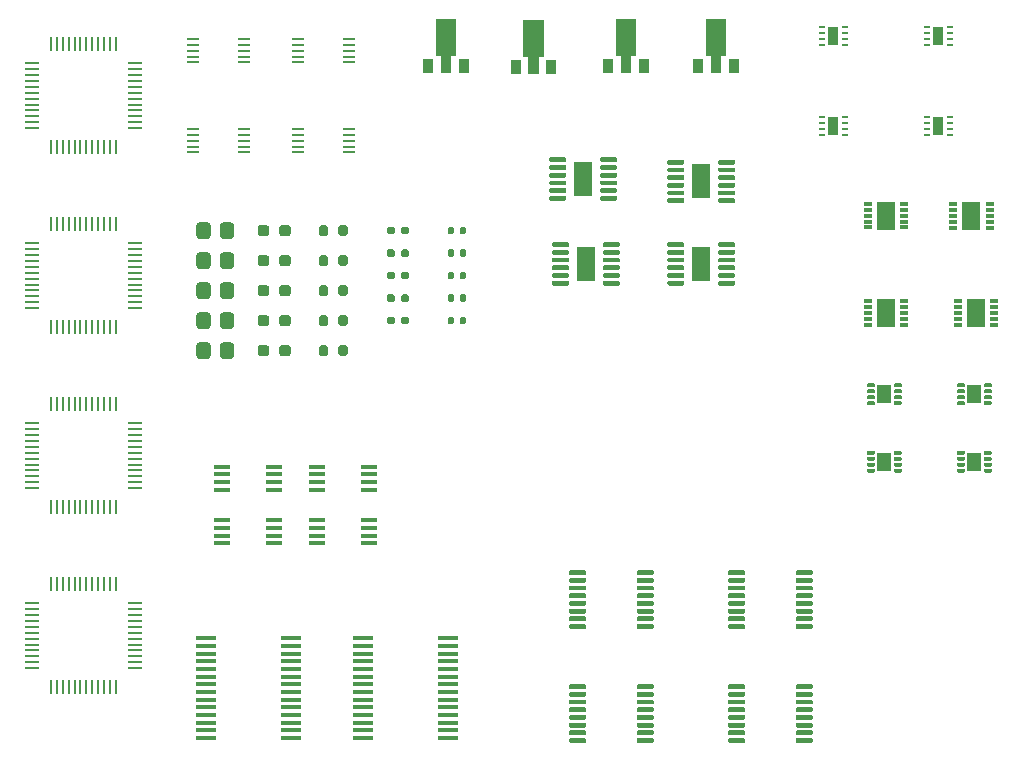
<source format=gbr>
G04 #@! TF.GenerationSoftware,KiCad,Pcbnew,(5.1.9-0-10_14)*
G04 #@! TF.CreationDate,2021-04-04T19:26:10+02:00*
G04 #@! TF.ProjectId,solder,736f6c64-6572-42e6-9b69-6361645f7063,rev?*
G04 #@! TF.SameCoordinates,Original*
G04 #@! TF.FileFunction,Copper,L1,Top*
G04 #@! TF.FilePolarity,Positive*
%FSLAX46Y46*%
G04 Gerber Fmt 4.6, Leading zero omitted, Abs format (unit mm)*
G04 Created by KiCad (PCBNEW (5.1.9-0-10_14)) date 2021-04-04 19:26:10*
%MOMM*%
%LPD*%
G01*
G04 APERTURE LIST*
G04 #@! TA.AperFunction,ComponentPad*
%ADD10C,0.500000*%
G04 #@! TD*
G04 #@! TA.AperFunction,SMDPad,CuDef*
%ADD11R,1.200000X1.500000*%
G04 #@! TD*
G04 #@! TA.AperFunction,SMDPad,CuDef*
%ADD12R,1.450000X0.450000*%
G04 #@! TD*
G04 #@! TA.AperFunction,SMDPad,CuDef*
%ADD13R,1.750000X0.450000*%
G04 #@! TD*
G04 #@! TA.AperFunction,SMDPad,CuDef*
%ADD14R,1.550000X2.480000*%
G04 #@! TD*
G04 #@! TA.AperFunction,SMDPad,CuDef*
%ADD15R,0.650000X0.300000*%
G04 #@! TD*
G04 #@! TA.AperFunction,SMDPad,CuDef*
%ADD16R,1.650000X2.850000*%
G04 #@! TD*
G04 #@! TA.AperFunction,SMDPad,CuDef*
%ADD17R,0.500000X0.250000*%
G04 #@! TD*
G04 #@! TA.AperFunction,SMDPad,CuDef*
%ADD18R,0.900000X1.600000*%
G04 #@! TD*
G04 #@! TA.AperFunction,SMDPad,CuDef*
%ADD19C,0.100000*%
G04 #@! TD*
G04 #@! TA.AperFunction,SMDPad,CuDef*
%ADD20R,0.900000X1.300000*%
G04 #@! TD*
G04 #@! TA.AperFunction,SMDPad,CuDef*
%ADD21R,0.250000X1.300000*%
G04 #@! TD*
G04 #@! TA.AperFunction,SMDPad,CuDef*
%ADD22R,1.300000X0.250000*%
G04 #@! TD*
G04 #@! TA.AperFunction,SMDPad,CuDef*
%ADD23R,1.100000X0.250000*%
G04 #@! TD*
G04 APERTURE END LIST*
G04 #@! TA.AperFunction,SMDPad,CuDef*
G36*
G01*
X175861000Y-103997000D02*
X175861000Y-103797000D01*
G75*
G02*
X175961000Y-103697000I100000J0D01*
G01*
X177236000Y-103697000D01*
G75*
G02*
X177336000Y-103797000I0J-100000D01*
G01*
X177336000Y-103997000D01*
G75*
G02*
X177236000Y-104097000I-100000J0D01*
G01*
X175961000Y-104097000D01*
G75*
G02*
X175861000Y-103997000I0J100000D01*
G01*
G37*
G04 #@! TD.AperFunction*
G04 #@! TA.AperFunction,SMDPad,CuDef*
G36*
G01*
X175861000Y-104647000D02*
X175861000Y-104447000D01*
G75*
G02*
X175961000Y-104347000I100000J0D01*
G01*
X177236000Y-104347000D01*
G75*
G02*
X177336000Y-104447000I0J-100000D01*
G01*
X177336000Y-104647000D01*
G75*
G02*
X177236000Y-104747000I-100000J0D01*
G01*
X175961000Y-104747000D01*
G75*
G02*
X175861000Y-104647000I0J100000D01*
G01*
G37*
G04 #@! TD.AperFunction*
G04 #@! TA.AperFunction,SMDPad,CuDef*
G36*
G01*
X175861000Y-105297000D02*
X175861000Y-105097000D01*
G75*
G02*
X175961000Y-104997000I100000J0D01*
G01*
X177236000Y-104997000D01*
G75*
G02*
X177336000Y-105097000I0J-100000D01*
G01*
X177336000Y-105297000D01*
G75*
G02*
X177236000Y-105397000I-100000J0D01*
G01*
X175961000Y-105397000D01*
G75*
G02*
X175861000Y-105297000I0J100000D01*
G01*
G37*
G04 #@! TD.AperFunction*
G04 #@! TA.AperFunction,SMDPad,CuDef*
G36*
G01*
X175861000Y-105947000D02*
X175861000Y-105747000D01*
G75*
G02*
X175961000Y-105647000I100000J0D01*
G01*
X177236000Y-105647000D01*
G75*
G02*
X177336000Y-105747000I0J-100000D01*
G01*
X177336000Y-105947000D01*
G75*
G02*
X177236000Y-106047000I-100000J0D01*
G01*
X175961000Y-106047000D01*
G75*
G02*
X175861000Y-105947000I0J100000D01*
G01*
G37*
G04 #@! TD.AperFunction*
G04 #@! TA.AperFunction,SMDPad,CuDef*
G36*
G01*
X175861000Y-106597000D02*
X175861000Y-106397000D01*
G75*
G02*
X175961000Y-106297000I100000J0D01*
G01*
X177236000Y-106297000D01*
G75*
G02*
X177336000Y-106397000I0J-100000D01*
G01*
X177336000Y-106597000D01*
G75*
G02*
X177236000Y-106697000I-100000J0D01*
G01*
X175961000Y-106697000D01*
G75*
G02*
X175861000Y-106597000I0J100000D01*
G01*
G37*
G04 #@! TD.AperFunction*
G04 #@! TA.AperFunction,SMDPad,CuDef*
G36*
G01*
X175861000Y-107247000D02*
X175861000Y-107047000D01*
G75*
G02*
X175961000Y-106947000I100000J0D01*
G01*
X177236000Y-106947000D01*
G75*
G02*
X177336000Y-107047000I0J-100000D01*
G01*
X177336000Y-107247000D01*
G75*
G02*
X177236000Y-107347000I-100000J0D01*
G01*
X175961000Y-107347000D01*
G75*
G02*
X175861000Y-107247000I0J100000D01*
G01*
G37*
G04 #@! TD.AperFunction*
G04 #@! TA.AperFunction,SMDPad,CuDef*
G36*
G01*
X175861000Y-107897000D02*
X175861000Y-107697000D01*
G75*
G02*
X175961000Y-107597000I100000J0D01*
G01*
X177236000Y-107597000D01*
G75*
G02*
X177336000Y-107697000I0J-100000D01*
G01*
X177336000Y-107897000D01*
G75*
G02*
X177236000Y-107997000I-100000J0D01*
G01*
X175961000Y-107997000D01*
G75*
G02*
X175861000Y-107897000I0J100000D01*
G01*
G37*
G04 #@! TD.AperFunction*
G04 #@! TA.AperFunction,SMDPad,CuDef*
G36*
G01*
X175861000Y-108547000D02*
X175861000Y-108347000D01*
G75*
G02*
X175961000Y-108247000I100000J0D01*
G01*
X177236000Y-108247000D01*
G75*
G02*
X177336000Y-108347000I0J-100000D01*
G01*
X177336000Y-108547000D01*
G75*
G02*
X177236000Y-108647000I-100000J0D01*
G01*
X175961000Y-108647000D01*
G75*
G02*
X175861000Y-108547000I0J100000D01*
G01*
G37*
G04 #@! TD.AperFunction*
G04 #@! TA.AperFunction,SMDPad,CuDef*
G36*
G01*
X170136000Y-108547000D02*
X170136000Y-108347000D01*
G75*
G02*
X170236000Y-108247000I100000J0D01*
G01*
X171511000Y-108247000D01*
G75*
G02*
X171611000Y-108347000I0J-100000D01*
G01*
X171611000Y-108547000D01*
G75*
G02*
X171511000Y-108647000I-100000J0D01*
G01*
X170236000Y-108647000D01*
G75*
G02*
X170136000Y-108547000I0J100000D01*
G01*
G37*
G04 #@! TD.AperFunction*
G04 #@! TA.AperFunction,SMDPad,CuDef*
G36*
G01*
X170136000Y-107897000D02*
X170136000Y-107697000D01*
G75*
G02*
X170236000Y-107597000I100000J0D01*
G01*
X171511000Y-107597000D01*
G75*
G02*
X171611000Y-107697000I0J-100000D01*
G01*
X171611000Y-107897000D01*
G75*
G02*
X171511000Y-107997000I-100000J0D01*
G01*
X170236000Y-107997000D01*
G75*
G02*
X170136000Y-107897000I0J100000D01*
G01*
G37*
G04 #@! TD.AperFunction*
G04 #@! TA.AperFunction,SMDPad,CuDef*
G36*
G01*
X170136000Y-107247000D02*
X170136000Y-107047000D01*
G75*
G02*
X170236000Y-106947000I100000J0D01*
G01*
X171511000Y-106947000D01*
G75*
G02*
X171611000Y-107047000I0J-100000D01*
G01*
X171611000Y-107247000D01*
G75*
G02*
X171511000Y-107347000I-100000J0D01*
G01*
X170236000Y-107347000D01*
G75*
G02*
X170136000Y-107247000I0J100000D01*
G01*
G37*
G04 #@! TD.AperFunction*
G04 #@! TA.AperFunction,SMDPad,CuDef*
G36*
G01*
X170136000Y-106597000D02*
X170136000Y-106397000D01*
G75*
G02*
X170236000Y-106297000I100000J0D01*
G01*
X171511000Y-106297000D01*
G75*
G02*
X171611000Y-106397000I0J-100000D01*
G01*
X171611000Y-106597000D01*
G75*
G02*
X171511000Y-106697000I-100000J0D01*
G01*
X170236000Y-106697000D01*
G75*
G02*
X170136000Y-106597000I0J100000D01*
G01*
G37*
G04 #@! TD.AperFunction*
G04 #@! TA.AperFunction,SMDPad,CuDef*
G36*
G01*
X170136000Y-105947000D02*
X170136000Y-105747000D01*
G75*
G02*
X170236000Y-105647000I100000J0D01*
G01*
X171511000Y-105647000D01*
G75*
G02*
X171611000Y-105747000I0J-100000D01*
G01*
X171611000Y-105947000D01*
G75*
G02*
X171511000Y-106047000I-100000J0D01*
G01*
X170236000Y-106047000D01*
G75*
G02*
X170136000Y-105947000I0J100000D01*
G01*
G37*
G04 #@! TD.AperFunction*
G04 #@! TA.AperFunction,SMDPad,CuDef*
G36*
G01*
X170136000Y-105297000D02*
X170136000Y-105097000D01*
G75*
G02*
X170236000Y-104997000I100000J0D01*
G01*
X171511000Y-104997000D01*
G75*
G02*
X171611000Y-105097000I0J-100000D01*
G01*
X171611000Y-105297000D01*
G75*
G02*
X171511000Y-105397000I-100000J0D01*
G01*
X170236000Y-105397000D01*
G75*
G02*
X170136000Y-105297000I0J100000D01*
G01*
G37*
G04 #@! TD.AperFunction*
G04 #@! TA.AperFunction,SMDPad,CuDef*
G36*
G01*
X170136000Y-104647000D02*
X170136000Y-104447000D01*
G75*
G02*
X170236000Y-104347000I100000J0D01*
G01*
X171511000Y-104347000D01*
G75*
G02*
X171611000Y-104447000I0J-100000D01*
G01*
X171611000Y-104647000D01*
G75*
G02*
X171511000Y-104747000I-100000J0D01*
G01*
X170236000Y-104747000D01*
G75*
G02*
X170136000Y-104647000I0J100000D01*
G01*
G37*
G04 #@! TD.AperFunction*
G04 #@! TA.AperFunction,SMDPad,CuDef*
G36*
G01*
X170136000Y-103997000D02*
X170136000Y-103797000D01*
G75*
G02*
X170236000Y-103697000I100000J0D01*
G01*
X171511000Y-103697000D01*
G75*
G02*
X171611000Y-103797000I0J-100000D01*
G01*
X171611000Y-103997000D01*
G75*
G02*
X171511000Y-104097000I-100000J0D01*
G01*
X170236000Y-104097000D01*
G75*
G02*
X170136000Y-103997000I0J100000D01*
G01*
G37*
G04 #@! TD.AperFunction*
G04 #@! TA.AperFunction,SMDPad,CuDef*
G36*
G01*
X156674000Y-103997000D02*
X156674000Y-103797000D01*
G75*
G02*
X156774000Y-103697000I100000J0D01*
G01*
X158049000Y-103697000D01*
G75*
G02*
X158149000Y-103797000I0J-100000D01*
G01*
X158149000Y-103997000D01*
G75*
G02*
X158049000Y-104097000I-100000J0D01*
G01*
X156774000Y-104097000D01*
G75*
G02*
X156674000Y-103997000I0J100000D01*
G01*
G37*
G04 #@! TD.AperFunction*
G04 #@! TA.AperFunction,SMDPad,CuDef*
G36*
G01*
X156674000Y-104647000D02*
X156674000Y-104447000D01*
G75*
G02*
X156774000Y-104347000I100000J0D01*
G01*
X158049000Y-104347000D01*
G75*
G02*
X158149000Y-104447000I0J-100000D01*
G01*
X158149000Y-104647000D01*
G75*
G02*
X158049000Y-104747000I-100000J0D01*
G01*
X156774000Y-104747000D01*
G75*
G02*
X156674000Y-104647000I0J100000D01*
G01*
G37*
G04 #@! TD.AperFunction*
G04 #@! TA.AperFunction,SMDPad,CuDef*
G36*
G01*
X156674000Y-105297000D02*
X156674000Y-105097000D01*
G75*
G02*
X156774000Y-104997000I100000J0D01*
G01*
X158049000Y-104997000D01*
G75*
G02*
X158149000Y-105097000I0J-100000D01*
G01*
X158149000Y-105297000D01*
G75*
G02*
X158049000Y-105397000I-100000J0D01*
G01*
X156774000Y-105397000D01*
G75*
G02*
X156674000Y-105297000I0J100000D01*
G01*
G37*
G04 #@! TD.AperFunction*
G04 #@! TA.AperFunction,SMDPad,CuDef*
G36*
G01*
X156674000Y-105947000D02*
X156674000Y-105747000D01*
G75*
G02*
X156774000Y-105647000I100000J0D01*
G01*
X158049000Y-105647000D01*
G75*
G02*
X158149000Y-105747000I0J-100000D01*
G01*
X158149000Y-105947000D01*
G75*
G02*
X158049000Y-106047000I-100000J0D01*
G01*
X156774000Y-106047000D01*
G75*
G02*
X156674000Y-105947000I0J100000D01*
G01*
G37*
G04 #@! TD.AperFunction*
G04 #@! TA.AperFunction,SMDPad,CuDef*
G36*
G01*
X156674000Y-106597000D02*
X156674000Y-106397000D01*
G75*
G02*
X156774000Y-106297000I100000J0D01*
G01*
X158049000Y-106297000D01*
G75*
G02*
X158149000Y-106397000I0J-100000D01*
G01*
X158149000Y-106597000D01*
G75*
G02*
X158049000Y-106697000I-100000J0D01*
G01*
X156774000Y-106697000D01*
G75*
G02*
X156674000Y-106597000I0J100000D01*
G01*
G37*
G04 #@! TD.AperFunction*
G04 #@! TA.AperFunction,SMDPad,CuDef*
G36*
G01*
X156674000Y-107247000D02*
X156674000Y-107047000D01*
G75*
G02*
X156774000Y-106947000I100000J0D01*
G01*
X158049000Y-106947000D01*
G75*
G02*
X158149000Y-107047000I0J-100000D01*
G01*
X158149000Y-107247000D01*
G75*
G02*
X158049000Y-107347000I-100000J0D01*
G01*
X156774000Y-107347000D01*
G75*
G02*
X156674000Y-107247000I0J100000D01*
G01*
G37*
G04 #@! TD.AperFunction*
G04 #@! TA.AperFunction,SMDPad,CuDef*
G36*
G01*
X156674000Y-107897000D02*
X156674000Y-107697000D01*
G75*
G02*
X156774000Y-107597000I100000J0D01*
G01*
X158049000Y-107597000D01*
G75*
G02*
X158149000Y-107697000I0J-100000D01*
G01*
X158149000Y-107897000D01*
G75*
G02*
X158049000Y-107997000I-100000J0D01*
G01*
X156774000Y-107997000D01*
G75*
G02*
X156674000Y-107897000I0J100000D01*
G01*
G37*
G04 #@! TD.AperFunction*
G04 #@! TA.AperFunction,SMDPad,CuDef*
G36*
G01*
X156674000Y-108547000D02*
X156674000Y-108347000D01*
G75*
G02*
X156774000Y-108247000I100000J0D01*
G01*
X158049000Y-108247000D01*
G75*
G02*
X158149000Y-108347000I0J-100000D01*
G01*
X158149000Y-108547000D01*
G75*
G02*
X158049000Y-108647000I-100000J0D01*
G01*
X156774000Y-108647000D01*
G75*
G02*
X156674000Y-108547000I0J100000D01*
G01*
G37*
G04 #@! TD.AperFunction*
G04 #@! TA.AperFunction,SMDPad,CuDef*
G36*
G01*
X162399000Y-108547000D02*
X162399000Y-108347000D01*
G75*
G02*
X162499000Y-108247000I100000J0D01*
G01*
X163774000Y-108247000D01*
G75*
G02*
X163874000Y-108347000I0J-100000D01*
G01*
X163874000Y-108547000D01*
G75*
G02*
X163774000Y-108647000I-100000J0D01*
G01*
X162499000Y-108647000D01*
G75*
G02*
X162399000Y-108547000I0J100000D01*
G01*
G37*
G04 #@! TD.AperFunction*
G04 #@! TA.AperFunction,SMDPad,CuDef*
G36*
G01*
X162399000Y-107897000D02*
X162399000Y-107697000D01*
G75*
G02*
X162499000Y-107597000I100000J0D01*
G01*
X163774000Y-107597000D01*
G75*
G02*
X163874000Y-107697000I0J-100000D01*
G01*
X163874000Y-107897000D01*
G75*
G02*
X163774000Y-107997000I-100000J0D01*
G01*
X162499000Y-107997000D01*
G75*
G02*
X162399000Y-107897000I0J100000D01*
G01*
G37*
G04 #@! TD.AperFunction*
G04 #@! TA.AperFunction,SMDPad,CuDef*
G36*
G01*
X162399000Y-107247000D02*
X162399000Y-107047000D01*
G75*
G02*
X162499000Y-106947000I100000J0D01*
G01*
X163774000Y-106947000D01*
G75*
G02*
X163874000Y-107047000I0J-100000D01*
G01*
X163874000Y-107247000D01*
G75*
G02*
X163774000Y-107347000I-100000J0D01*
G01*
X162499000Y-107347000D01*
G75*
G02*
X162399000Y-107247000I0J100000D01*
G01*
G37*
G04 #@! TD.AperFunction*
G04 #@! TA.AperFunction,SMDPad,CuDef*
G36*
G01*
X162399000Y-106597000D02*
X162399000Y-106397000D01*
G75*
G02*
X162499000Y-106297000I100000J0D01*
G01*
X163774000Y-106297000D01*
G75*
G02*
X163874000Y-106397000I0J-100000D01*
G01*
X163874000Y-106597000D01*
G75*
G02*
X163774000Y-106697000I-100000J0D01*
G01*
X162499000Y-106697000D01*
G75*
G02*
X162399000Y-106597000I0J100000D01*
G01*
G37*
G04 #@! TD.AperFunction*
G04 #@! TA.AperFunction,SMDPad,CuDef*
G36*
G01*
X162399000Y-105947000D02*
X162399000Y-105747000D01*
G75*
G02*
X162499000Y-105647000I100000J0D01*
G01*
X163774000Y-105647000D01*
G75*
G02*
X163874000Y-105747000I0J-100000D01*
G01*
X163874000Y-105947000D01*
G75*
G02*
X163774000Y-106047000I-100000J0D01*
G01*
X162499000Y-106047000D01*
G75*
G02*
X162399000Y-105947000I0J100000D01*
G01*
G37*
G04 #@! TD.AperFunction*
G04 #@! TA.AperFunction,SMDPad,CuDef*
G36*
G01*
X162399000Y-105297000D02*
X162399000Y-105097000D01*
G75*
G02*
X162499000Y-104997000I100000J0D01*
G01*
X163774000Y-104997000D01*
G75*
G02*
X163874000Y-105097000I0J-100000D01*
G01*
X163874000Y-105297000D01*
G75*
G02*
X163774000Y-105397000I-100000J0D01*
G01*
X162499000Y-105397000D01*
G75*
G02*
X162399000Y-105297000I0J100000D01*
G01*
G37*
G04 #@! TD.AperFunction*
G04 #@! TA.AperFunction,SMDPad,CuDef*
G36*
G01*
X162399000Y-104647000D02*
X162399000Y-104447000D01*
G75*
G02*
X162499000Y-104347000I100000J0D01*
G01*
X163774000Y-104347000D01*
G75*
G02*
X163874000Y-104447000I0J-100000D01*
G01*
X163874000Y-104647000D01*
G75*
G02*
X163774000Y-104747000I-100000J0D01*
G01*
X162499000Y-104747000D01*
G75*
G02*
X162399000Y-104647000I0J100000D01*
G01*
G37*
G04 #@! TD.AperFunction*
G04 #@! TA.AperFunction,SMDPad,CuDef*
G36*
G01*
X162399000Y-103997000D02*
X162399000Y-103797000D01*
G75*
G02*
X162499000Y-103697000I100000J0D01*
G01*
X163774000Y-103697000D01*
G75*
G02*
X163874000Y-103797000I0J-100000D01*
G01*
X163874000Y-103997000D01*
G75*
G02*
X163774000Y-104097000I-100000J0D01*
G01*
X162499000Y-104097000D01*
G75*
G02*
X162399000Y-103997000I0J100000D01*
G01*
G37*
G04 #@! TD.AperFunction*
G04 #@! TA.AperFunction,SMDPad,CuDef*
G36*
G01*
X170136000Y-113649000D02*
X170136000Y-113449000D01*
G75*
G02*
X170236000Y-113349000I100000J0D01*
G01*
X171511000Y-113349000D01*
G75*
G02*
X171611000Y-113449000I0J-100000D01*
G01*
X171611000Y-113649000D01*
G75*
G02*
X171511000Y-113749000I-100000J0D01*
G01*
X170236000Y-113749000D01*
G75*
G02*
X170136000Y-113649000I0J100000D01*
G01*
G37*
G04 #@! TD.AperFunction*
G04 #@! TA.AperFunction,SMDPad,CuDef*
G36*
G01*
X170136000Y-114299000D02*
X170136000Y-114099000D01*
G75*
G02*
X170236000Y-113999000I100000J0D01*
G01*
X171511000Y-113999000D01*
G75*
G02*
X171611000Y-114099000I0J-100000D01*
G01*
X171611000Y-114299000D01*
G75*
G02*
X171511000Y-114399000I-100000J0D01*
G01*
X170236000Y-114399000D01*
G75*
G02*
X170136000Y-114299000I0J100000D01*
G01*
G37*
G04 #@! TD.AperFunction*
G04 #@! TA.AperFunction,SMDPad,CuDef*
G36*
G01*
X170136000Y-114949000D02*
X170136000Y-114749000D01*
G75*
G02*
X170236000Y-114649000I100000J0D01*
G01*
X171511000Y-114649000D01*
G75*
G02*
X171611000Y-114749000I0J-100000D01*
G01*
X171611000Y-114949000D01*
G75*
G02*
X171511000Y-115049000I-100000J0D01*
G01*
X170236000Y-115049000D01*
G75*
G02*
X170136000Y-114949000I0J100000D01*
G01*
G37*
G04 #@! TD.AperFunction*
G04 #@! TA.AperFunction,SMDPad,CuDef*
G36*
G01*
X170136000Y-115599000D02*
X170136000Y-115399000D01*
G75*
G02*
X170236000Y-115299000I100000J0D01*
G01*
X171511000Y-115299000D01*
G75*
G02*
X171611000Y-115399000I0J-100000D01*
G01*
X171611000Y-115599000D01*
G75*
G02*
X171511000Y-115699000I-100000J0D01*
G01*
X170236000Y-115699000D01*
G75*
G02*
X170136000Y-115599000I0J100000D01*
G01*
G37*
G04 #@! TD.AperFunction*
G04 #@! TA.AperFunction,SMDPad,CuDef*
G36*
G01*
X170136000Y-116249000D02*
X170136000Y-116049000D01*
G75*
G02*
X170236000Y-115949000I100000J0D01*
G01*
X171511000Y-115949000D01*
G75*
G02*
X171611000Y-116049000I0J-100000D01*
G01*
X171611000Y-116249000D01*
G75*
G02*
X171511000Y-116349000I-100000J0D01*
G01*
X170236000Y-116349000D01*
G75*
G02*
X170136000Y-116249000I0J100000D01*
G01*
G37*
G04 #@! TD.AperFunction*
G04 #@! TA.AperFunction,SMDPad,CuDef*
G36*
G01*
X170136000Y-116899000D02*
X170136000Y-116699000D01*
G75*
G02*
X170236000Y-116599000I100000J0D01*
G01*
X171511000Y-116599000D01*
G75*
G02*
X171611000Y-116699000I0J-100000D01*
G01*
X171611000Y-116899000D01*
G75*
G02*
X171511000Y-116999000I-100000J0D01*
G01*
X170236000Y-116999000D01*
G75*
G02*
X170136000Y-116899000I0J100000D01*
G01*
G37*
G04 #@! TD.AperFunction*
G04 #@! TA.AperFunction,SMDPad,CuDef*
G36*
G01*
X170136000Y-117549000D02*
X170136000Y-117349000D01*
G75*
G02*
X170236000Y-117249000I100000J0D01*
G01*
X171511000Y-117249000D01*
G75*
G02*
X171611000Y-117349000I0J-100000D01*
G01*
X171611000Y-117549000D01*
G75*
G02*
X171511000Y-117649000I-100000J0D01*
G01*
X170236000Y-117649000D01*
G75*
G02*
X170136000Y-117549000I0J100000D01*
G01*
G37*
G04 #@! TD.AperFunction*
G04 #@! TA.AperFunction,SMDPad,CuDef*
G36*
G01*
X170136000Y-118199000D02*
X170136000Y-117999000D01*
G75*
G02*
X170236000Y-117899000I100000J0D01*
G01*
X171511000Y-117899000D01*
G75*
G02*
X171611000Y-117999000I0J-100000D01*
G01*
X171611000Y-118199000D01*
G75*
G02*
X171511000Y-118299000I-100000J0D01*
G01*
X170236000Y-118299000D01*
G75*
G02*
X170136000Y-118199000I0J100000D01*
G01*
G37*
G04 #@! TD.AperFunction*
G04 #@! TA.AperFunction,SMDPad,CuDef*
G36*
G01*
X175861000Y-118199000D02*
X175861000Y-117999000D01*
G75*
G02*
X175961000Y-117899000I100000J0D01*
G01*
X177236000Y-117899000D01*
G75*
G02*
X177336000Y-117999000I0J-100000D01*
G01*
X177336000Y-118199000D01*
G75*
G02*
X177236000Y-118299000I-100000J0D01*
G01*
X175961000Y-118299000D01*
G75*
G02*
X175861000Y-118199000I0J100000D01*
G01*
G37*
G04 #@! TD.AperFunction*
G04 #@! TA.AperFunction,SMDPad,CuDef*
G36*
G01*
X175861000Y-117549000D02*
X175861000Y-117349000D01*
G75*
G02*
X175961000Y-117249000I100000J0D01*
G01*
X177236000Y-117249000D01*
G75*
G02*
X177336000Y-117349000I0J-100000D01*
G01*
X177336000Y-117549000D01*
G75*
G02*
X177236000Y-117649000I-100000J0D01*
G01*
X175961000Y-117649000D01*
G75*
G02*
X175861000Y-117549000I0J100000D01*
G01*
G37*
G04 #@! TD.AperFunction*
G04 #@! TA.AperFunction,SMDPad,CuDef*
G36*
G01*
X175861000Y-116899000D02*
X175861000Y-116699000D01*
G75*
G02*
X175961000Y-116599000I100000J0D01*
G01*
X177236000Y-116599000D01*
G75*
G02*
X177336000Y-116699000I0J-100000D01*
G01*
X177336000Y-116899000D01*
G75*
G02*
X177236000Y-116999000I-100000J0D01*
G01*
X175961000Y-116999000D01*
G75*
G02*
X175861000Y-116899000I0J100000D01*
G01*
G37*
G04 #@! TD.AperFunction*
G04 #@! TA.AperFunction,SMDPad,CuDef*
G36*
G01*
X175861000Y-116249000D02*
X175861000Y-116049000D01*
G75*
G02*
X175961000Y-115949000I100000J0D01*
G01*
X177236000Y-115949000D01*
G75*
G02*
X177336000Y-116049000I0J-100000D01*
G01*
X177336000Y-116249000D01*
G75*
G02*
X177236000Y-116349000I-100000J0D01*
G01*
X175961000Y-116349000D01*
G75*
G02*
X175861000Y-116249000I0J100000D01*
G01*
G37*
G04 #@! TD.AperFunction*
G04 #@! TA.AperFunction,SMDPad,CuDef*
G36*
G01*
X175861000Y-115599000D02*
X175861000Y-115399000D01*
G75*
G02*
X175961000Y-115299000I100000J0D01*
G01*
X177236000Y-115299000D01*
G75*
G02*
X177336000Y-115399000I0J-100000D01*
G01*
X177336000Y-115599000D01*
G75*
G02*
X177236000Y-115699000I-100000J0D01*
G01*
X175961000Y-115699000D01*
G75*
G02*
X175861000Y-115599000I0J100000D01*
G01*
G37*
G04 #@! TD.AperFunction*
G04 #@! TA.AperFunction,SMDPad,CuDef*
G36*
G01*
X175861000Y-114949000D02*
X175861000Y-114749000D01*
G75*
G02*
X175961000Y-114649000I100000J0D01*
G01*
X177236000Y-114649000D01*
G75*
G02*
X177336000Y-114749000I0J-100000D01*
G01*
X177336000Y-114949000D01*
G75*
G02*
X177236000Y-115049000I-100000J0D01*
G01*
X175961000Y-115049000D01*
G75*
G02*
X175861000Y-114949000I0J100000D01*
G01*
G37*
G04 #@! TD.AperFunction*
G04 #@! TA.AperFunction,SMDPad,CuDef*
G36*
G01*
X175861000Y-114299000D02*
X175861000Y-114099000D01*
G75*
G02*
X175961000Y-113999000I100000J0D01*
G01*
X177236000Y-113999000D01*
G75*
G02*
X177336000Y-114099000I0J-100000D01*
G01*
X177336000Y-114299000D01*
G75*
G02*
X177236000Y-114399000I-100000J0D01*
G01*
X175961000Y-114399000D01*
G75*
G02*
X175861000Y-114299000I0J100000D01*
G01*
G37*
G04 #@! TD.AperFunction*
G04 #@! TA.AperFunction,SMDPad,CuDef*
G36*
G01*
X175861000Y-113649000D02*
X175861000Y-113449000D01*
G75*
G02*
X175961000Y-113349000I100000J0D01*
G01*
X177236000Y-113349000D01*
G75*
G02*
X177336000Y-113449000I0J-100000D01*
G01*
X177336000Y-113649000D01*
G75*
G02*
X177236000Y-113749000I-100000J0D01*
G01*
X175961000Y-113749000D01*
G75*
G02*
X175861000Y-113649000I0J100000D01*
G01*
G37*
G04 #@! TD.AperFunction*
G04 #@! TA.AperFunction,SMDPad,CuDef*
G36*
G01*
X162399000Y-113649000D02*
X162399000Y-113449000D01*
G75*
G02*
X162499000Y-113349000I100000J0D01*
G01*
X163774000Y-113349000D01*
G75*
G02*
X163874000Y-113449000I0J-100000D01*
G01*
X163874000Y-113649000D01*
G75*
G02*
X163774000Y-113749000I-100000J0D01*
G01*
X162499000Y-113749000D01*
G75*
G02*
X162399000Y-113649000I0J100000D01*
G01*
G37*
G04 #@! TD.AperFunction*
G04 #@! TA.AperFunction,SMDPad,CuDef*
G36*
G01*
X162399000Y-114299000D02*
X162399000Y-114099000D01*
G75*
G02*
X162499000Y-113999000I100000J0D01*
G01*
X163774000Y-113999000D01*
G75*
G02*
X163874000Y-114099000I0J-100000D01*
G01*
X163874000Y-114299000D01*
G75*
G02*
X163774000Y-114399000I-100000J0D01*
G01*
X162499000Y-114399000D01*
G75*
G02*
X162399000Y-114299000I0J100000D01*
G01*
G37*
G04 #@! TD.AperFunction*
G04 #@! TA.AperFunction,SMDPad,CuDef*
G36*
G01*
X162399000Y-114949000D02*
X162399000Y-114749000D01*
G75*
G02*
X162499000Y-114649000I100000J0D01*
G01*
X163774000Y-114649000D01*
G75*
G02*
X163874000Y-114749000I0J-100000D01*
G01*
X163874000Y-114949000D01*
G75*
G02*
X163774000Y-115049000I-100000J0D01*
G01*
X162499000Y-115049000D01*
G75*
G02*
X162399000Y-114949000I0J100000D01*
G01*
G37*
G04 #@! TD.AperFunction*
G04 #@! TA.AperFunction,SMDPad,CuDef*
G36*
G01*
X162399000Y-115599000D02*
X162399000Y-115399000D01*
G75*
G02*
X162499000Y-115299000I100000J0D01*
G01*
X163774000Y-115299000D01*
G75*
G02*
X163874000Y-115399000I0J-100000D01*
G01*
X163874000Y-115599000D01*
G75*
G02*
X163774000Y-115699000I-100000J0D01*
G01*
X162499000Y-115699000D01*
G75*
G02*
X162399000Y-115599000I0J100000D01*
G01*
G37*
G04 #@! TD.AperFunction*
G04 #@! TA.AperFunction,SMDPad,CuDef*
G36*
G01*
X162399000Y-116249000D02*
X162399000Y-116049000D01*
G75*
G02*
X162499000Y-115949000I100000J0D01*
G01*
X163774000Y-115949000D01*
G75*
G02*
X163874000Y-116049000I0J-100000D01*
G01*
X163874000Y-116249000D01*
G75*
G02*
X163774000Y-116349000I-100000J0D01*
G01*
X162499000Y-116349000D01*
G75*
G02*
X162399000Y-116249000I0J100000D01*
G01*
G37*
G04 #@! TD.AperFunction*
G04 #@! TA.AperFunction,SMDPad,CuDef*
G36*
G01*
X162399000Y-116899000D02*
X162399000Y-116699000D01*
G75*
G02*
X162499000Y-116599000I100000J0D01*
G01*
X163774000Y-116599000D01*
G75*
G02*
X163874000Y-116699000I0J-100000D01*
G01*
X163874000Y-116899000D01*
G75*
G02*
X163774000Y-116999000I-100000J0D01*
G01*
X162499000Y-116999000D01*
G75*
G02*
X162399000Y-116899000I0J100000D01*
G01*
G37*
G04 #@! TD.AperFunction*
G04 #@! TA.AperFunction,SMDPad,CuDef*
G36*
G01*
X162399000Y-117549000D02*
X162399000Y-117349000D01*
G75*
G02*
X162499000Y-117249000I100000J0D01*
G01*
X163774000Y-117249000D01*
G75*
G02*
X163874000Y-117349000I0J-100000D01*
G01*
X163874000Y-117549000D01*
G75*
G02*
X163774000Y-117649000I-100000J0D01*
G01*
X162499000Y-117649000D01*
G75*
G02*
X162399000Y-117549000I0J100000D01*
G01*
G37*
G04 #@! TD.AperFunction*
G04 #@! TA.AperFunction,SMDPad,CuDef*
G36*
G01*
X162399000Y-118199000D02*
X162399000Y-117999000D01*
G75*
G02*
X162499000Y-117899000I100000J0D01*
G01*
X163774000Y-117899000D01*
G75*
G02*
X163874000Y-117999000I0J-100000D01*
G01*
X163874000Y-118199000D01*
G75*
G02*
X163774000Y-118299000I-100000J0D01*
G01*
X162499000Y-118299000D01*
G75*
G02*
X162399000Y-118199000I0J100000D01*
G01*
G37*
G04 #@! TD.AperFunction*
G04 #@! TA.AperFunction,SMDPad,CuDef*
G36*
G01*
X156674000Y-118199000D02*
X156674000Y-117999000D01*
G75*
G02*
X156774000Y-117899000I100000J0D01*
G01*
X158049000Y-117899000D01*
G75*
G02*
X158149000Y-117999000I0J-100000D01*
G01*
X158149000Y-118199000D01*
G75*
G02*
X158049000Y-118299000I-100000J0D01*
G01*
X156774000Y-118299000D01*
G75*
G02*
X156674000Y-118199000I0J100000D01*
G01*
G37*
G04 #@! TD.AperFunction*
G04 #@! TA.AperFunction,SMDPad,CuDef*
G36*
G01*
X156674000Y-117549000D02*
X156674000Y-117349000D01*
G75*
G02*
X156774000Y-117249000I100000J0D01*
G01*
X158049000Y-117249000D01*
G75*
G02*
X158149000Y-117349000I0J-100000D01*
G01*
X158149000Y-117549000D01*
G75*
G02*
X158049000Y-117649000I-100000J0D01*
G01*
X156774000Y-117649000D01*
G75*
G02*
X156674000Y-117549000I0J100000D01*
G01*
G37*
G04 #@! TD.AperFunction*
G04 #@! TA.AperFunction,SMDPad,CuDef*
G36*
G01*
X156674000Y-116899000D02*
X156674000Y-116699000D01*
G75*
G02*
X156774000Y-116599000I100000J0D01*
G01*
X158049000Y-116599000D01*
G75*
G02*
X158149000Y-116699000I0J-100000D01*
G01*
X158149000Y-116899000D01*
G75*
G02*
X158049000Y-116999000I-100000J0D01*
G01*
X156774000Y-116999000D01*
G75*
G02*
X156674000Y-116899000I0J100000D01*
G01*
G37*
G04 #@! TD.AperFunction*
G04 #@! TA.AperFunction,SMDPad,CuDef*
G36*
G01*
X156674000Y-116249000D02*
X156674000Y-116049000D01*
G75*
G02*
X156774000Y-115949000I100000J0D01*
G01*
X158049000Y-115949000D01*
G75*
G02*
X158149000Y-116049000I0J-100000D01*
G01*
X158149000Y-116249000D01*
G75*
G02*
X158049000Y-116349000I-100000J0D01*
G01*
X156774000Y-116349000D01*
G75*
G02*
X156674000Y-116249000I0J100000D01*
G01*
G37*
G04 #@! TD.AperFunction*
G04 #@! TA.AperFunction,SMDPad,CuDef*
G36*
G01*
X156674000Y-115599000D02*
X156674000Y-115399000D01*
G75*
G02*
X156774000Y-115299000I100000J0D01*
G01*
X158049000Y-115299000D01*
G75*
G02*
X158149000Y-115399000I0J-100000D01*
G01*
X158149000Y-115599000D01*
G75*
G02*
X158049000Y-115699000I-100000J0D01*
G01*
X156774000Y-115699000D01*
G75*
G02*
X156674000Y-115599000I0J100000D01*
G01*
G37*
G04 #@! TD.AperFunction*
G04 #@! TA.AperFunction,SMDPad,CuDef*
G36*
G01*
X156674000Y-114949000D02*
X156674000Y-114749000D01*
G75*
G02*
X156774000Y-114649000I100000J0D01*
G01*
X158049000Y-114649000D01*
G75*
G02*
X158149000Y-114749000I0J-100000D01*
G01*
X158149000Y-114949000D01*
G75*
G02*
X158049000Y-115049000I-100000J0D01*
G01*
X156774000Y-115049000D01*
G75*
G02*
X156674000Y-114949000I0J100000D01*
G01*
G37*
G04 #@! TD.AperFunction*
G04 #@! TA.AperFunction,SMDPad,CuDef*
G36*
G01*
X156674000Y-114299000D02*
X156674000Y-114099000D01*
G75*
G02*
X156774000Y-113999000I100000J0D01*
G01*
X158049000Y-113999000D01*
G75*
G02*
X158149000Y-114099000I0J-100000D01*
G01*
X158149000Y-114299000D01*
G75*
G02*
X158049000Y-114399000I-100000J0D01*
G01*
X156774000Y-114399000D01*
G75*
G02*
X156674000Y-114299000I0J100000D01*
G01*
G37*
G04 #@! TD.AperFunction*
G04 #@! TA.AperFunction,SMDPad,CuDef*
G36*
G01*
X156674000Y-113649000D02*
X156674000Y-113449000D01*
G75*
G02*
X156774000Y-113349000I100000J0D01*
G01*
X158049000Y-113349000D01*
G75*
G02*
X158149000Y-113449000I0J-100000D01*
G01*
X158149000Y-113649000D01*
G75*
G02*
X158049000Y-113749000I-100000J0D01*
G01*
X156774000Y-113749000D01*
G75*
G02*
X156674000Y-113649000I0J100000D01*
G01*
G37*
G04 #@! TD.AperFunction*
D10*
X191352500Y-89285000D03*
X190652500Y-89285000D03*
X191352500Y-88285000D03*
X190652500Y-88285000D03*
D11*
X191002500Y-88785000D03*
G04 #@! TA.AperFunction,SMDPad,CuDef*
G36*
G01*
X191802500Y-88122500D02*
X191802500Y-87947500D01*
G75*
G02*
X191890000Y-87860000I87500J0D01*
G01*
X192390000Y-87860000D01*
G75*
G02*
X192477500Y-87947500I0J-87500D01*
G01*
X192477500Y-88122500D01*
G75*
G02*
X192390000Y-88210000I-87500J0D01*
G01*
X191890000Y-88210000D01*
G75*
G02*
X191802500Y-88122500I0J87500D01*
G01*
G37*
G04 #@! TD.AperFunction*
G04 #@! TA.AperFunction,SMDPad,CuDef*
G36*
G01*
X191802500Y-88622500D02*
X191802500Y-88447500D01*
G75*
G02*
X191890000Y-88360000I87500J0D01*
G01*
X192390000Y-88360000D01*
G75*
G02*
X192477500Y-88447500I0J-87500D01*
G01*
X192477500Y-88622500D01*
G75*
G02*
X192390000Y-88710000I-87500J0D01*
G01*
X191890000Y-88710000D01*
G75*
G02*
X191802500Y-88622500I0J87500D01*
G01*
G37*
G04 #@! TD.AperFunction*
G04 #@! TA.AperFunction,SMDPad,CuDef*
G36*
G01*
X191802500Y-89122500D02*
X191802500Y-88947500D01*
G75*
G02*
X191890000Y-88860000I87500J0D01*
G01*
X192390000Y-88860000D01*
G75*
G02*
X192477500Y-88947500I0J-87500D01*
G01*
X192477500Y-89122500D01*
G75*
G02*
X192390000Y-89210000I-87500J0D01*
G01*
X191890000Y-89210000D01*
G75*
G02*
X191802500Y-89122500I0J87500D01*
G01*
G37*
G04 #@! TD.AperFunction*
G04 #@! TA.AperFunction,SMDPad,CuDef*
G36*
G01*
X191802500Y-89622500D02*
X191802500Y-89447500D01*
G75*
G02*
X191890000Y-89360000I87500J0D01*
G01*
X192390000Y-89360000D01*
G75*
G02*
X192477500Y-89447500I0J-87500D01*
G01*
X192477500Y-89622500D01*
G75*
G02*
X192390000Y-89710000I-87500J0D01*
G01*
X191890000Y-89710000D01*
G75*
G02*
X191802500Y-89622500I0J87500D01*
G01*
G37*
G04 #@! TD.AperFunction*
G04 #@! TA.AperFunction,SMDPad,CuDef*
G36*
G01*
X189527500Y-89622500D02*
X189527500Y-89447500D01*
G75*
G02*
X189615000Y-89360000I87500J0D01*
G01*
X190115000Y-89360000D01*
G75*
G02*
X190202500Y-89447500I0J-87500D01*
G01*
X190202500Y-89622500D01*
G75*
G02*
X190115000Y-89710000I-87500J0D01*
G01*
X189615000Y-89710000D01*
G75*
G02*
X189527500Y-89622500I0J87500D01*
G01*
G37*
G04 #@! TD.AperFunction*
G04 #@! TA.AperFunction,SMDPad,CuDef*
G36*
G01*
X189527500Y-89122500D02*
X189527500Y-88947500D01*
G75*
G02*
X189615000Y-88860000I87500J0D01*
G01*
X190115000Y-88860000D01*
G75*
G02*
X190202500Y-88947500I0J-87500D01*
G01*
X190202500Y-89122500D01*
G75*
G02*
X190115000Y-89210000I-87500J0D01*
G01*
X189615000Y-89210000D01*
G75*
G02*
X189527500Y-89122500I0J87500D01*
G01*
G37*
G04 #@! TD.AperFunction*
G04 #@! TA.AperFunction,SMDPad,CuDef*
G36*
G01*
X189527500Y-88622500D02*
X189527500Y-88447500D01*
G75*
G02*
X189615000Y-88360000I87500J0D01*
G01*
X190115000Y-88360000D01*
G75*
G02*
X190202500Y-88447500I0J-87500D01*
G01*
X190202500Y-88622500D01*
G75*
G02*
X190115000Y-88710000I-87500J0D01*
G01*
X189615000Y-88710000D01*
G75*
G02*
X189527500Y-88622500I0J87500D01*
G01*
G37*
G04 #@! TD.AperFunction*
G04 #@! TA.AperFunction,SMDPad,CuDef*
G36*
G01*
X189527500Y-88122500D02*
X189527500Y-87947500D01*
G75*
G02*
X189615000Y-87860000I87500J0D01*
G01*
X190115000Y-87860000D01*
G75*
G02*
X190202500Y-87947500I0J-87500D01*
G01*
X190202500Y-88122500D01*
G75*
G02*
X190115000Y-88210000I-87500J0D01*
G01*
X189615000Y-88210000D01*
G75*
G02*
X189527500Y-88122500I0J87500D01*
G01*
G37*
G04 #@! TD.AperFunction*
D10*
X191352500Y-95000000D03*
X190652500Y-95000000D03*
X191352500Y-94000000D03*
X190652500Y-94000000D03*
D11*
X191002500Y-94500000D03*
G04 #@! TA.AperFunction,SMDPad,CuDef*
G36*
G01*
X191802500Y-93837500D02*
X191802500Y-93662500D01*
G75*
G02*
X191890000Y-93575000I87500J0D01*
G01*
X192390000Y-93575000D01*
G75*
G02*
X192477500Y-93662500I0J-87500D01*
G01*
X192477500Y-93837500D01*
G75*
G02*
X192390000Y-93925000I-87500J0D01*
G01*
X191890000Y-93925000D01*
G75*
G02*
X191802500Y-93837500I0J87500D01*
G01*
G37*
G04 #@! TD.AperFunction*
G04 #@! TA.AperFunction,SMDPad,CuDef*
G36*
G01*
X191802500Y-94337500D02*
X191802500Y-94162500D01*
G75*
G02*
X191890000Y-94075000I87500J0D01*
G01*
X192390000Y-94075000D01*
G75*
G02*
X192477500Y-94162500I0J-87500D01*
G01*
X192477500Y-94337500D01*
G75*
G02*
X192390000Y-94425000I-87500J0D01*
G01*
X191890000Y-94425000D01*
G75*
G02*
X191802500Y-94337500I0J87500D01*
G01*
G37*
G04 #@! TD.AperFunction*
G04 #@! TA.AperFunction,SMDPad,CuDef*
G36*
G01*
X191802500Y-94837500D02*
X191802500Y-94662500D01*
G75*
G02*
X191890000Y-94575000I87500J0D01*
G01*
X192390000Y-94575000D01*
G75*
G02*
X192477500Y-94662500I0J-87500D01*
G01*
X192477500Y-94837500D01*
G75*
G02*
X192390000Y-94925000I-87500J0D01*
G01*
X191890000Y-94925000D01*
G75*
G02*
X191802500Y-94837500I0J87500D01*
G01*
G37*
G04 #@! TD.AperFunction*
G04 #@! TA.AperFunction,SMDPad,CuDef*
G36*
G01*
X191802500Y-95337500D02*
X191802500Y-95162500D01*
G75*
G02*
X191890000Y-95075000I87500J0D01*
G01*
X192390000Y-95075000D01*
G75*
G02*
X192477500Y-95162500I0J-87500D01*
G01*
X192477500Y-95337500D01*
G75*
G02*
X192390000Y-95425000I-87500J0D01*
G01*
X191890000Y-95425000D01*
G75*
G02*
X191802500Y-95337500I0J87500D01*
G01*
G37*
G04 #@! TD.AperFunction*
G04 #@! TA.AperFunction,SMDPad,CuDef*
G36*
G01*
X189527500Y-95337500D02*
X189527500Y-95162500D01*
G75*
G02*
X189615000Y-95075000I87500J0D01*
G01*
X190115000Y-95075000D01*
G75*
G02*
X190202500Y-95162500I0J-87500D01*
G01*
X190202500Y-95337500D01*
G75*
G02*
X190115000Y-95425000I-87500J0D01*
G01*
X189615000Y-95425000D01*
G75*
G02*
X189527500Y-95337500I0J87500D01*
G01*
G37*
G04 #@! TD.AperFunction*
G04 #@! TA.AperFunction,SMDPad,CuDef*
G36*
G01*
X189527500Y-94837500D02*
X189527500Y-94662500D01*
G75*
G02*
X189615000Y-94575000I87500J0D01*
G01*
X190115000Y-94575000D01*
G75*
G02*
X190202500Y-94662500I0J-87500D01*
G01*
X190202500Y-94837500D01*
G75*
G02*
X190115000Y-94925000I-87500J0D01*
G01*
X189615000Y-94925000D01*
G75*
G02*
X189527500Y-94837500I0J87500D01*
G01*
G37*
G04 #@! TD.AperFunction*
G04 #@! TA.AperFunction,SMDPad,CuDef*
G36*
G01*
X189527500Y-94337500D02*
X189527500Y-94162500D01*
G75*
G02*
X189615000Y-94075000I87500J0D01*
G01*
X190115000Y-94075000D01*
G75*
G02*
X190202500Y-94162500I0J-87500D01*
G01*
X190202500Y-94337500D01*
G75*
G02*
X190115000Y-94425000I-87500J0D01*
G01*
X189615000Y-94425000D01*
G75*
G02*
X189527500Y-94337500I0J87500D01*
G01*
G37*
G04 #@! TD.AperFunction*
G04 #@! TA.AperFunction,SMDPad,CuDef*
G36*
G01*
X189527500Y-93837500D02*
X189527500Y-93662500D01*
G75*
G02*
X189615000Y-93575000I87500J0D01*
G01*
X190115000Y-93575000D01*
G75*
G02*
X190202500Y-93662500I0J-87500D01*
G01*
X190202500Y-93837500D01*
G75*
G02*
X190115000Y-93925000I-87500J0D01*
G01*
X189615000Y-93925000D01*
G75*
G02*
X189527500Y-93837500I0J87500D01*
G01*
G37*
G04 #@! TD.AperFunction*
D12*
X139750000Y-99460000D03*
X139750000Y-100110000D03*
X139750000Y-100760000D03*
X139750000Y-101410000D03*
X135350000Y-101410000D03*
X135350000Y-100760000D03*
X135350000Y-100110000D03*
X135350000Y-99460000D03*
X139750000Y-94910000D03*
X139750000Y-95560000D03*
X139750000Y-96210000D03*
X139750000Y-96860000D03*
X135350000Y-96860000D03*
X135350000Y-96210000D03*
X135350000Y-95560000D03*
X135350000Y-94910000D03*
D10*
X183732500Y-89285000D03*
X183032500Y-89285000D03*
X183732500Y-88285000D03*
X183032500Y-88285000D03*
D11*
X183382500Y-88785000D03*
G04 #@! TA.AperFunction,SMDPad,CuDef*
G36*
G01*
X184182500Y-88122500D02*
X184182500Y-87947500D01*
G75*
G02*
X184270000Y-87860000I87500J0D01*
G01*
X184770000Y-87860000D01*
G75*
G02*
X184857500Y-87947500I0J-87500D01*
G01*
X184857500Y-88122500D01*
G75*
G02*
X184770000Y-88210000I-87500J0D01*
G01*
X184270000Y-88210000D01*
G75*
G02*
X184182500Y-88122500I0J87500D01*
G01*
G37*
G04 #@! TD.AperFunction*
G04 #@! TA.AperFunction,SMDPad,CuDef*
G36*
G01*
X184182500Y-88622500D02*
X184182500Y-88447500D01*
G75*
G02*
X184270000Y-88360000I87500J0D01*
G01*
X184770000Y-88360000D01*
G75*
G02*
X184857500Y-88447500I0J-87500D01*
G01*
X184857500Y-88622500D01*
G75*
G02*
X184770000Y-88710000I-87500J0D01*
G01*
X184270000Y-88710000D01*
G75*
G02*
X184182500Y-88622500I0J87500D01*
G01*
G37*
G04 #@! TD.AperFunction*
G04 #@! TA.AperFunction,SMDPad,CuDef*
G36*
G01*
X184182500Y-89122500D02*
X184182500Y-88947500D01*
G75*
G02*
X184270000Y-88860000I87500J0D01*
G01*
X184770000Y-88860000D01*
G75*
G02*
X184857500Y-88947500I0J-87500D01*
G01*
X184857500Y-89122500D01*
G75*
G02*
X184770000Y-89210000I-87500J0D01*
G01*
X184270000Y-89210000D01*
G75*
G02*
X184182500Y-89122500I0J87500D01*
G01*
G37*
G04 #@! TD.AperFunction*
G04 #@! TA.AperFunction,SMDPad,CuDef*
G36*
G01*
X184182500Y-89622500D02*
X184182500Y-89447500D01*
G75*
G02*
X184270000Y-89360000I87500J0D01*
G01*
X184770000Y-89360000D01*
G75*
G02*
X184857500Y-89447500I0J-87500D01*
G01*
X184857500Y-89622500D01*
G75*
G02*
X184770000Y-89710000I-87500J0D01*
G01*
X184270000Y-89710000D01*
G75*
G02*
X184182500Y-89622500I0J87500D01*
G01*
G37*
G04 #@! TD.AperFunction*
G04 #@! TA.AperFunction,SMDPad,CuDef*
G36*
G01*
X181907500Y-89622500D02*
X181907500Y-89447500D01*
G75*
G02*
X181995000Y-89360000I87500J0D01*
G01*
X182495000Y-89360000D01*
G75*
G02*
X182582500Y-89447500I0J-87500D01*
G01*
X182582500Y-89622500D01*
G75*
G02*
X182495000Y-89710000I-87500J0D01*
G01*
X181995000Y-89710000D01*
G75*
G02*
X181907500Y-89622500I0J87500D01*
G01*
G37*
G04 #@! TD.AperFunction*
G04 #@! TA.AperFunction,SMDPad,CuDef*
G36*
G01*
X181907500Y-89122500D02*
X181907500Y-88947500D01*
G75*
G02*
X181995000Y-88860000I87500J0D01*
G01*
X182495000Y-88860000D01*
G75*
G02*
X182582500Y-88947500I0J-87500D01*
G01*
X182582500Y-89122500D01*
G75*
G02*
X182495000Y-89210000I-87500J0D01*
G01*
X181995000Y-89210000D01*
G75*
G02*
X181907500Y-89122500I0J87500D01*
G01*
G37*
G04 #@! TD.AperFunction*
G04 #@! TA.AperFunction,SMDPad,CuDef*
G36*
G01*
X181907500Y-88622500D02*
X181907500Y-88447500D01*
G75*
G02*
X181995000Y-88360000I87500J0D01*
G01*
X182495000Y-88360000D01*
G75*
G02*
X182582500Y-88447500I0J-87500D01*
G01*
X182582500Y-88622500D01*
G75*
G02*
X182495000Y-88710000I-87500J0D01*
G01*
X181995000Y-88710000D01*
G75*
G02*
X181907500Y-88622500I0J87500D01*
G01*
G37*
G04 #@! TD.AperFunction*
G04 #@! TA.AperFunction,SMDPad,CuDef*
G36*
G01*
X181907500Y-88122500D02*
X181907500Y-87947500D01*
G75*
G02*
X181995000Y-87860000I87500J0D01*
G01*
X182495000Y-87860000D01*
G75*
G02*
X182582500Y-87947500I0J-87500D01*
G01*
X182582500Y-88122500D01*
G75*
G02*
X182495000Y-88210000I-87500J0D01*
G01*
X181995000Y-88210000D01*
G75*
G02*
X181907500Y-88122500I0J87500D01*
G01*
G37*
G04 #@! TD.AperFunction*
D10*
X183732500Y-95000000D03*
X183032500Y-95000000D03*
X183732500Y-94000000D03*
X183032500Y-94000000D03*
D11*
X183382500Y-94500000D03*
G04 #@! TA.AperFunction,SMDPad,CuDef*
G36*
G01*
X184182500Y-93837500D02*
X184182500Y-93662500D01*
G75*
G02*
X184270000Y-93575000I87500J0D01*
G01*
X184770000Y-93575000D01*
G75*
G02*
X184857500Y-93662500I0J-87500D01*
G01*
X184857500Y-93837500D01*
G75*
G02*
X184770000Y-93925000I-87500J0D01*
G01*
X184270000Y-93925000D01*
G75*
G02*
X184182500Y-93837500I0J87500D01*
G01*
G37*
G04 #@! TD.AperFunction*
G04 #@! TA.AperFunction,SMDPad,CuDef*
G36*
G01*
X184182500Y-94337500D02*
X184182500Y-94162500D01*
G75*
G02*
X184270000Y-94075000I87500J0D01*
G01*
X184770000Y-94075000D01*
G75*
G02*
X184857500Y-94162500I0J-87500D01*
G01*
X184857500Y-94337500D01*
G75*
G02*
X184770000Y-94425000I-87500J0D01*
G01*
X184270000Y-94425000D01*
G75*
G02*
X184182500Y-94337500I0J87500D01*
G01*
G37*
G04 #@! TD.AperFunction*
G04 #@! TA.AperFunction,SMDPad,CuDef*
G36*
G01*
X184182500Y-94837500D02*
X184182500Y-94662500D01*
G75*
G02*
X184270000Y-94575000I87500J0D01*
G01*
X184770000Y-94575000D01*
G75*
G02*
X184857500Y-94662500I0J-87500D01*
G01*
X184857500Y-94837500D01*
G75*
G02*
X184770000Y-94925000I-87500J0D01*
G01*
X184270000Y-94925000D01*
G75*
G02*
X184182500Y-94837500I0J87500D01*
G01*
G37*
G04 #@! TD.AperFunction*
G04 #@! TA.AperFunction,SMDPad,CuDef*
G36*
G01*
X184182500Y-95337500D02*
X184182500Y-95162500D01*
G75*
G02*
X184270000Y-95075000I87500J0D01*
G01*
X184770000Y-95075000D01*
G75*
G02*
X184857500Y-95162500I0J-87500D01*
G01*
X184857500Y-95337500D01*
G75*
G02*
X184770000Y-95425000I-87500J0D01*
G01*
X184270000Y-95425000D01*
G75*
G02*
X184182500Y-95337500I0J87500D01*
G01*
G37*
G04 #@! TD.AperFunction*
G04 #@! TA.AperFunction,SMDPad,CuDef*
G36*
G01*
X181907500Y-95337500D02*
X181907500Y-95162500D01*
G75*
G02*
X181995000Y-95075000I87500J0D01*
G01*
X182495000Y-95075000D01*
G75*
G02*
X182582500Y-95162500I0J-87500D01*
G01*
X182582500Y-95337500D01*
G75*
G02*
X182495000Y-95425000I-87500J0D01*
G01*
X181995000Y-95425000D01*
G75*
G02*
X181907500Y-95337500I0J87500D01*
G01*
G37*
G04 #@! TD.AperFunction*
G04 #@! TA.AperFunction,SMDPad,CuDef*
G36*
G01*
X181907500Y-94837500D02*
X181907500Y-94662500D01*
G75*
G02*
X181995000Y-94575000I87500J0D01*
G01*
X182495000Y-94575000D01*
G75*
G02*
X182582500Y-94662500I0J-87500D01*
G01*
X182582500Y-94837500D01*
G75*
G02*
X182495000Y-94925000I-87500J0D01*
G01*
X181995000Y-94925000D01*
G75*
G02*
X181907500Y-94837500I0J87500D01*
G01*
G37*
G04 #@! TD.AperFunction*
G04 #@! TA.AperFunction,SMDPad,CuDef*
G36*
G01*
X181907500Y-94337500D02*
X181907500Y-94162500D01*
G75*
G02*
X181995000Y-94075000I87500J0D01*
G01*
X182495000Y-94075000D01*
G75*
G02*
X182582500Y-94162500I0J-87500D01*
G01*
X182582500Y-94337500D01*
G75*
G02*
X182495000Y-94425000I-87500J0D01*
G01*
X181995000Y-94425000D01*
G75*
G02*
X181907500Y-94337500I0J87500D01*
G01*
G37*
G04 #@! TD.AperFunction*
G04 #@! TA.AperFunction,SMDPad,CuDef*
G36*
G01*
X181907500Y-93837500D02*
X181907500Y-93662500D01*
G75*
G02*
X181995000Y-93575000I87500J0D01*
G01*
X182495000Y-93575000D01*
G75*
G02*
X182582500Y-93662500I0J-87500D01*
G01*
X182582500Y-93837500D01*
G75*
G02*
X182495000Y-93925000I-87500J0D01*
G01*
X181995000Y-93925000D01*
G75*
G02*
X181907500Y-93837500I0J87500D01*
G01*
G37*
G04 #@! TD.AperFunction*
D12*
X131740000Y-99460000D03*
X131740000Y-100110000D03*
X131740000Y-100760000D03*
X131740000Y-101410000D03*
X127340000Y-101410000D03*
X127340000Y-100760000D03*
X127340000Y-100110000D03*
X127340000Y-99460000D03*
X131740000Y-94910000D03*
X131740000Y-95560000D03*
X131740000Y-96210000D03*
X131740000Y-96860000D03*
X127340000Y-96860000D03*
X127340000Y-96210000D03*
X127340000Y-95560000D03*
X127340000Y-94910000D03*
D13*
X146475000Y-109440000D03*
X146475000Y-110090000D03*
X146475000Y-110740000D03*
X146475000Y-111390000D03*
X146475000Y-112040000D03*
X146475000Y-112690000D03*
X146475000Y-113340000D03*
X146475000Y-113990000D03*
X146475000Y-114640000D03*
X146475000Y-115290000D03*
X146475000Y-115940000D03*
X146475000Y-116590000D03*
X146475000Y-117240000D03*
X146475000Y-117890000D03*
X139275000Y-117890000D03*
X139275000Y-117240000D03*
X139275000Y-116590000D03*
X139275000Y-115940000D03*
X139275000Y-115290000D03*
X139275000Y-114640000D03*
X139275000Y-113990000D03*
X139275000Y-113340000D03*
X139275000Y-112690000D03*
X139275000Y-112040000D03*
X139275000Y-111390000D03*
X139275000Y-110740000D03*
X139275000Y-110090000D03*
X139275000Y-109440000D03*
X133140000Y-109440000D03*
X133140000Y-110090000D03*
X133140000Y-110740000D03*
X133140000Y-111390000D03*
X133140000Y-112040000D03*
X133140000Y-112690000D03*
X133140000Y-113340000D03*
X133140000Y-113990000D03*
X133140000Y-114640000D03*
X133140000Y-115290000D03*
X133140000Y-115940000D03*
X133140000Y-116590000D03*
X133140000Y-117240000D03*
X133140000Y-117890000D03*
X125940000Y-117890000D03*
X125940000Y-117240000D03*
X125940000Y-116590000D03*
X125940000Y-115940000D03*
X125940000Y-115290000D03*
X125940000Y-114640000D03*
X125940000Y-113990000D03*
X125940000Y-113340000D03*
X125940000Y-112690000D03*
X125940000Y-112040000D03*
X125940000Y-111390000D03*
X125940000Y-110740000D03*
X125940000Y-110090000D03*
X125940000Y-109440000D03*
D14*
X191135000Y-81915000D03*
D15*
X192685000Y-80915000D03*
X192685000Y-81415000D03*
X192685000Y-81915000D03*
X192685000Y-82415000D03*
X192685000Y-82915000D03*
X189585000Y-82915000D03*
X189585000Y-82415000D03*
X189585000Y-81915000D03*
X189585000Y-81415000D03*
X189585000Y-80915000D03*
D14*
X190747500Y-73675000D03*
D15*
X192297500Y-72675000D03*
X192297500Y-73175000D03*
X192297500Y-73675000D03*
X192297500Y-74175000D03*
X192297500Y-74675000D03*
X189197500Y-74675000D03*
X189197500Y-74175000D03*
X189197500Y-73675000D03*
X189197500Y-73175000D03*
X189197500Y-72675000D03*
D14*
X183515000Y-81915000D03*
D15*
X185065000Y-80915000D03*
X185065000Y-81415000D03*
X185065000Y-81915000D03*
X185065000Y-82415000D03*
X185065000Y-82915000D03*
X181965000Y-82915000D03*
X181965000Y-82415000D03*
X181965000Y-81915000D03*
X181965000Y-81415000D03*
X181965000Y-80915000D03*
D14*
X183515000Y-73660000D03*
D15*
X185065000Y-72660000D03*
X185065000Y-73160000D03*
X185065000Y-73660000D03*
X185065000Y-74160000D03*
X185065000Y-74660000D03*
X181965000Y-74660000D03*
X181965000Y-74160000D03*
X181965000Y-73660000D03*
X181965000Y-73160000D03*
X181965000Y-72660000D03*
D16*
X158115000Y-77750000D03*
G04 #@! TA.AperFunction,SMDPad,CuDef*
G36*
G01*
X159540000Y-76225000D02*
X159540000Y-76025000D01*
G75*
G02*
X159640000Y-75925000I100000J0D01*
G01*
X160890000Y-75925000D01*
G75*
G02*
X160990000Y-76025000I0J-100000D01*
G01*
X160990000Y-76225000D01*
G75*
G02*
X160890000Y-76325000I-100000J0D01*
G01*
X159640000Y-76325000D01*
G75*
G02*
X159540000Y-76225000I0J100000D01*
G01*
G37*
G04 #@! TD.AperFunction*
G04 #@! TA.AperFunction,SMDPad,CuDef*
G36*
G01*
X159540000Y-76875000D02*
X159540000Y-76675000D01*
G75*
G02*
X159640000Y-76575000I100000J0D01*
G01*
X160890000Y-76575000D01*
G75*
G02*
X160990000Y-76675000I0J-100000D01*
G01*
X160990000Y-76875000D01*
G75*
G02*
X160890000Y-76975000I-100000J0D01*
G01*
X159640000Y-76975000D01*
G75*
G02*
X159540000Y-76875000I0J100000D01*
G01*
G37*
G04 #@! TD.AperFunction*
G04 #@! TA.AperFunction,SMDPad,CuDef*
G36*
G01*
X159540000Y-77525000D02*
X159540000Y-77325000D01*
G75*
G02*
X159640000Y-77225000I100000J0D01*
G01*
X160890000Y-77225000D01*
G75*
G02*
X160990000Y-77325000I0J-100000D01*
G01*
X160990000Y-77525000D01*
G75*
G02*
X160890000Y-77625000I-100000J0D01*
G01*
X159640000Y-77625000D01*
G75*
G02*
X159540000Y-77525000I0J100000D01*
G01*
G37*
G04 #@! TD.AperFunction*
G04 #@! TA.AperFunction,SMDPad,CuDef*
G36*
G01*
X159540000Y-78175000D02*
X159540000Y-77975000D01*
G75*
G02*
X159640000Y-77875000I100000J0D01*
G01*
X160890000Y-77875000D01*
G75*
G02*
X160990000Y-77975000I0J-100000D01*
G01*
X160990000Y-78175000D01*
G75*
G02*
X160890000Y-78275000I-100000J0D01*
G01*
X159640000Y-78275000D01*
G75*
G02*
X159540000Y-78175000I0J100000D01*
G01*
G37*
G04 #@! TD.AperFunction*
G04 #@! TA.AperFunction,SMDPad,CuDef*
G36*
G01*
X159540000Y-78825000D02*
X159540000Y-78625000D01*
G75*
G02*
X159640000Y-78525000I100000J0D01*
G01*
X160890000Y-78525000D01*
G75*
G02*
X160990000Y-78625000I0J-100000D01*
G01*
X160990000Y-78825000D01*
G75*
G02*
X160890000Y-78925000I-100000J0D01*
G01*
X159640000Y-78925000D01*
G75*
G02*
X159540000Y-78825000I0J100000D01*
G01*
G37*
G04 #@! TD.AperFunction*
G04 #@! TA.AperFunction,SMDPad,CuDef*
G36*
G01*
X159540000Y-79475000D02*
X159540000Y-79275000D01*
G75*
G02*
X159640000Y-79175000I100000J0D01*
G01*
X160890000Y-79175000D01*
G75*
G02*
X160990000Y-79275000I0J-100000D01*
G01*
X160990000Y-79475000D01*
G75*
G02*
X160890000Y-79575000I-100000J0D01*
G01*
X159640000Y-79575000D01*
G75*
G02*
X159540000Y-79475000I0J100000D01*
G01*
G37*
G04 #@! TD.AperFunction*
G04 #@! TA.AperFunction,SMDPad,CuDef*
G36*
G01*
X155240000Y-79475000D02*
X155240000Y-79275000D01*
G75*
G02*
X155340000Y-79175000I100000J0D01*
G01*
X156590000Y-79175000D01*
G75*
G02*
X156690000Y-79275000I0J-100000D01*
G01*
X156690000Y-79475000D01*
G75*
G02*
X156590000Y-79575000I-100000J0D01*
G01*
X155340000Y-79575000D01*
G75*
G02*
X155240000Y-79475000I0J100000D01*
G01*
G37*
G04 #@! TD.AperFunction*
G04 #@! TA.AperFunction,SMDPad,CuDef*
G36*
G01*
X155240000Y-78825000D02*
X155240000Y-78625000D01*
G75*
G02*
X155340000Y-78525000I100000J0D01*
G01*
X156590000Y-78525000D01*
G75*
G02*
X156690000Y-78625000I0J-100000D01*
G01*
X156690000Y-78825000D01*
G75*
G02*
X156590000Y-78925000I-100000J0D01*
G01*
X155340000Y-78925000D01*
G75*
G02*
X155240000Y-78825000I0J100000D01*
G01*
G37*
G04 #@! TD.AperFunction*
G04 #@! TA.AperFunction,SMDPad,CuDef*
G36*
G01*
X155240000Y-78175000D02*
X155240000Y-77975000D01*
G75*
G02*
X155340000Y-77875000I100000J0D01*
G01*
X156590000Y-77875000D01*
G75*
G02*
X156690000Y-77975000I0J-100000D01*
G01*
X156690000Y-78175000D01*
G75*
G02*
X156590000Y-78275000I-100000J0D01*
G01*
X155340000Y-78275000D01*
G75*
G02*
X155240000Y-78175000I0J100000D01*
G01*
G37*
G04 #@! TD.AperFunction*
G04 #@! TA.AperFunction,SMDPad,CuDef*
G36*
G01*
X155240000Y-77525000D02*
X155240000Y-77325000D01*
G75*
G02*
X155340000Y-77225000I100000J0D01*
G01*
X156590000Y-77225000D01*
G75*
G02*
X156690000Y-77325000I0J-100000D01*
G01*
X156690000Y-77525000D01*
G75*
G02*
X156590000Y-77625000I-100000J0D01*
G01*
X155340000Y-77625000D01*
G75*
G02*
X155240000Y-77525000I0J100000D01*
G01*
G37*
G04 #@! TD.AperFunction*
G04 #@! TA.AperFunction,SMDPad,CuDef*
G36*
G01*
X155240000Y-76875000D02*
X155240000Y-76675000D01*
G75*
G02*
X155340000Y-76575000I100000J0D01*
G01*
X156590000Y-76575000D01*
G75*
G02*
X156690000Y-76675000I0J-100000D01*
G01*
X156690000Y-76875000D01*
G75*
G02*
X156590000Y-76975000I-100000J0D01*
G01*
X155340000Y-76975000D01*
G75*
G02*
X155240000Y-76875000I0J100000D01*
G01*
G37*
G04 #@! TD.AperFunction*
G04 #@! TA.AperFunction,SMDPad,CuDef*
G36*
G01*
X155240000Y-76225000D02*
X155240000Y-76025000D01*
G75*
G02*
X155340000Y-75925000I100000J0D01*
G01*
X156590000Y-75925000D01*
G75*
G02*
X156690000Y-76025000I0J-100000D01*
G01*
X156690000Y-76225000D01*
G75*
G02*
X156590000Y-76325000I-100000J0D01*
G01*
X155340000Y-76325000D01*
G75*
G02*
X155240000Y-76225000I0J100000D01*
G01*
G37*
G04 #@! TD.AperFunction*
X167885000Y-70765000D03*
G04 #@! TA.AperFunction,SMDPad,CuDef*
G36*
G01*
X169310000Y-69240000D02*
X169310000Y-69040000D01*
G75*
G02*
X169410000Y-68940000I100000J0D01*
G01*
X170660000Y-68940000D01*
G75*
G02*
X170760000Y-69040000I0J-100000D01*
G01*
X170760000Y-69240000D01*
G75*
G02*
X170660000Y-69340000I-100000J0D01*
G01*
X169410000Y-69340000D01*
G75*
G02*
X169310000Y-69240000I0J100000D01*
G01*
G37*
G04 #@! TD.AperFunction*
G04 #@! TA.AperFunction,SMDPad,CuDef*
G36*
G01*
X169310000Y-69890000D02*
X169310000Y-69690000D01*
G75*
G02*
X169410000Y-69590000I100000J0D01*
G01*
X170660000Y-69590000D01*
G75*
G02*
X170760000Y-69690000I0J-100000D01*
G01*
X170760000Y-69890000D01*
G75*
G02*
X170660000Y-69990000I-100000J0D01*
G01*
X169410000Y-69990000D01*
G75*
G02*
X169310000Y-69890000I0J100000D01*
G01*
G37*
G04 #@! TD.AperFunction*
G04 #@! TA.AperFunction,SMDPad,CuDef*
G36*
G01*
X169310000Y-70540000D02*
X169310000Y-70340000D01*
G75*
G02*
X169410000Y-70240000I100000J0D01*
G01*
X170660000Y-70240000D01*
G75*
G02*
X170760000Y-70340000I0J-100000D01*
G01*
X170760000Y-70540000D01*
G75*
G02*
X170660000Y-70640000I-100000J0D01*
G01*
X169410000Y-70640000D01*
G75*
G02*
X169310000Y-70540000I0J100000D01*
G01*
G37*
G04 #@! TD.AperFunction*
G04 #@! TA.AperFunction,SMDPad,CuDef*
G36*
G01*
X169310000Y-71190000D02*
X169310000Y-70990000D01*
G75*
G02*
X169410000Y-70890000I100000J0D01*
G01*
X170660000Y-70890000D01*
G75*
G02*
X170760000Y-70990000I0J-100000D01*
G01*
X170760000Y-71190000D01*
G75*
G02*
X170660000Y-71290000I-100000J0D01*
G01*
X169410000Y-71290000D01*
G75*
G02*
X169310000Y-71190000I0J100000D01*
G01*
G37*
G04 #@! TD.AperFunction*
G04 #@! TA.AperFunction,SMDPad,CuDef*
G36*
G01*
X169310000Y-71840000D02*
X169310000Y-71640000D01*
G75*
G02*
X169410000Y-71540000I100000J0D01*
G01*
X170660000Y-71540000D01*
G75*
G02*
X170760000Y-71640000I0J-100000D01*
G01*
X170760000Y-71840000D01*
G75*
G02*
X170660000Y-71940000I-100000J0D01*
G01*
X169410000Y-71940000D01*
G75*
G02*
X169310000Y-71840000I0J100000D01*
G01*
G37*
G04 #@! TD.AperFunction*
G04 #@! TA.AperFunction,SMDPad,CuDef*
G36*
G01*
X169310000Y-72490000D02*
X169310000Y-72290000D01*
G75*
G02*
X169410000Y-72190000I100000J0D01*
G01*
X170660000Y-72190000D01*
G75*
G02*
X170760000Y-72290000I0J-100000D01*
G01*
X170760000Y-72490000D01*
G75*
G02*
X170660000Y-72590000I-100000J0D01*
G01*
X169410000Y-72590000D01*
G75*
G02*
X169310000Y-72490000I0J100000D01*
G01*
G37*
G04 #@! TD.AperFunction*
G04 #@! TA.AperFunction,SMDPad,CuDef*
G36*
G01*
X165010000Y-72490000D02*
X165010000Y-72290000D01*
G75*
G02*
X165110000Y-72190000I100000J0D01*
G01*
X166360000Y-72190000D01*
G75*
G02*
X166460000Y-72290000I0J-100000D01*
G01*
X166460000Y-72490000D01*
G75*
G02*
X166360000Y-72590000I-100000J0D01*
G01*
X165110000Y-72590000D01*
G75*
G02*
X165010000Y-72490000I0J100000D01*
G01*
G37*
G04 #@! TD.AperFunction*
G04 #@! TA.AperFunction,SMDPad,CuDef*
G36*
G01*
X165010000Y-71840000D02*
X165010000Y-71640000D01*
G75*
G02*
X165110000Y-71540000I100000J0D01*
G01*
X166360000Y-71540000D01*
G75*
G02*
X166460000Y-71640000I0J-100000D01*
G01*
X166460000Y-71840000D01*
G75*
G02*
X166360000Y-71940000I-100000J0D01*
G01*
X165110000Y-71940000D01*
G75*
G02*
X165010000Y-71840000I0J100000D01*
G01*
G37*
G04 #@! TD.AperFunction*
G04 #@! TA.AperFunction,SMDPad,CuDef*
G36*
G01*
X165010000Y-71190000D02*
X165010000Y-70990000D01*
G75*
G02*
X165110000Y-70890000I100000J0D01*
G01*
X166360000Y-70890000D01*
G75*
G02*
X166460000Y-70990000I0J-100000D01*
G01*
X166460000Y-71190000D01*
G75*
G02*
X166360000Y-71290000I-100000J0D01*
G01*
X165110000Y-71290000D01*
G75*
G02*
X165010000Y-71190000I0J100000D01*
G01*
G37*
G04 #@! TD.AperFunction*
G04 #@! TA.AperFunction,SMDPad,CuDef*
G36*
G01*
X165010000Y-70540000D02*
X165010000Y-70340000D01*
G75*
G02*
X165110000Y-70240000I100000J0D01*
G01*
X166360000Y-70240000D01*
G75*
G02*
X166460000Y-70340000I0J-100000D01*
G01*
X166460000Y-70540000D01*
G75*
G02*
X166360000Y-70640000I-100000J0D01*
G01*
X165110000Y-70640000D01*
G75*
G02*
X165010000Y-70540000I0J100000D01*
G01*
G37*
G04 #@! TD.AperFunction*
G04 #@! TA.AperFunction,SMDPad,CuDef*
G36*
G01*
X165010000Y-69890000D02*
X165010000Y-69690000D01*
G75*
G02*
X165110000Y-69590000I100000J0D01*
G01*
X166360000Y-69590000D01*
G75*
G02*
X166460000Y-69690000I0J-100000D01*
G01*
X166460000Y-69890000D01*
G75*
G02*
X166360000Y-69990000I-100000J0D01*
G01*
X165110000Y-69990000D01*
G75*
G02*
X165010000Y-69890000I0J100000D01*
G01*
G37*
G04 #@! TD.AperFunction*
G04 #@! TA.AperFunction,SMDPad,CuDef*
G36*
G01*
X165010000Y-69240000D02*
X165010000Y-69040000D01*
G75*
G02*
X165110000Y-68940000I100000J0D01*
G01*
X166360000Y-68940000D01*
G75*
G02*
X166460000Y-69040000I0J-100000D01*
G01*
X166460000Y-69240000D01*
G75*
G02*
X166360000Y-69340000I-100000J0D01*
G01*
X165110000Y-69340000D01*
G75*
G02*
X165010000Y-69240000I0J100000D01*
G01*
G37*
G04 #@! TD.AperFunction*
X167885000Y-77750000D03*
G04 #@! TA.AperFunction,SMDPad,CuDef*
G36*
G01*
X169310000Y-76225000D02*
X169310000Y-76025000D01*
G75*
G02*
X169410000Y-75925000I100000J0D01*
G01*
X170660000Y-75925000D01*
G75*
G02*
X170760000Y-76025000I0J-100000D01*
G01*
X170760000Y-76225000D01*
G75*
G02*
X170660000Y-76325000I-100000J0D01*
G01*
X169410000Y-76325000D01*
G75*
G02*
X169310000Y-76225000I0J100000D01*
G01*
G37*
G04 #@! TD.AperFunction*
G04 #@! TA.AperFunction,SMDPad,CuDef*
G36*
G01*
X169310000Y-76875000D02*
X169310000Y-76675000D01*
G75*
G02*
X169410000Y-76575000I100000J0D01*
G01*
X170660000Y-76575000D01*
G75*
G02*
X170760000Y-76675000I0J-100000D01*
G01*
X170760000Y-76875000D01*
G75*
G02*
X170660000Y-76975000I-100000J0D01*
G01*
X169410000Y-76975000D01*
G75*
G02*
X169310000Y-76875000I0J100000D01*
G01*
G37*
G04 #@! TD.AperFunction*
G04 #@! TA.AperFunction,SMDPad,CuDef*
G36*
G01*
X169310000Y-77525000D02*
X169310000Y-77325000D01*
G75*
G02*
X169410000Y-77225000I100000J0D01*
G01*
X170660000Y-77225000D01*
G75*
G02*
X170760000Y-77325000I0J-100000D01*
G01*
X170760000Y-77525000D01*
G75*
G02*
X170660000Y-77625000I-100000J0D01*
G01*
X169410000Y-77625000D01*
G75*
G02*
X169310000Y-77525000I0J100000D01*
G01*
G37*
G04 #@! TD.AperFunction*
G04 #@! TA.AperFunction,SMDPad,CuDef*
G36*
G01*
X169310000Y-78175000D02*
X169310000Y-77975000D01*
G75*
G02*
X169410000Y-77875000I100000J0D01*
G01*
X170660000Y-77875000D01*
G75*
G02*
X170760000Y-77975000I0J-100000D01*
G01*
X170760000Y-78175000D01*
G75*
G02*
X170660000Y-78275000I-100000J0D01*
G01*
X169410000Y-78275000D01*
G75*
G02*
X169310000Y-78175000I0J100000D01*
G01*
G37*
G04 #@! TD.AperFunction*
G04 #@! TA.AperFunction,SMDPad,CuDef*
G36*
G01*
X169310000Y-78825000D02*
X169310000Y-78625000D01*
G75*
G02*
X169410000Y-78525000I100000J0D01*
G01*
X170660000Y-78525000D01*
G75*
G02*
X170760000Y-78625000I0J-100000D01*
G01*
X170760000Y-78825000D01*
G75*
G02*
X170660000Y-78925000I-100000J0D01*
G01*
X169410000Y-78925000D01*
G75*
G02*
X169310000Y-78825000I0J100000D01*
G01*
G37*
G04 #@! TD.AperFunction*
G04 #@! TA.AperFunction,SMDPad,CuDef*
G36*
G01*
X169310000Y-79475000D02*
X169310000Y-79275000D01*
G75*
G02*
X169410000Y-79175000I100000J0D01*
G01*
X170660000Y-79175000D01*
G75*
G02*
X170760000Y-79275000I0J-100000D01*
G01*
X170760000Y-79475000D01*
G75*
G02*
X170660000Y-79575000I-100000J0D01*
G01*
X169410000Y-79575000D01*
G75*
G02*
X169310000Y-79475000I0J100000D01*
G01*
G37*
G04 #@! TD.AperFunction*
G04 #@! TA.AperFunction,SMDPad,CuDef*
G36*
G01*
X165010000Y-79475000D02*
X165010000Y-79275000D01*
G75*
G02*
X165110000Y-79175000I100000J0D01*
G01*
X166360000Y-79175000D01*
G75*
G02*
X166460000Y-79275000I0J-100000D01*
G01*
X166460000Y-79475000D01*
G75*
G02*
X166360000Y-79575000I-100000J0D01*
G01*
X165110000Y-79575000D01*
G75*
G02*
X165010000Y-79475000I0J100000D01*
G01*
G37*
G04 #@! TD.AperFunction*
G04 #@! TA.AperFunction,SMDPad,CuDef*
G36*
G01*
X165010000Y-78825000D02*
X165010000Y-78625000D01*
G75*
G02*
X165110000Y-78525000I100000J0D01*
G01*
X166360000Y-78525000D01*
G75*
G02*
X166460000Y-78625000I0J-100000D01*
G01*
X166460000Y-78825000D01*
G75*
G02*
X166360000Y-78925000I-100000J0D01*
G01*
X165110000Y-78925000D01*
G75*
G02*
X165010000Y-78825000I0J100000D01*
G01*
G37*
G04 #@! TD.AperFunction*
G04 #@! TA.AperFunction,SMDPad,CuDef*
G36*
G01*
X165010000Y-78175000D02*
X165010000Y-77975000D01*
G75*
G02*
X165110000Y-77875000I100000J0D01*
G01*
X166360000Y-77875000D01*
G75*
G02*
X166460000Y-77975000I0J-100000D01*
G01*
X166460000Y-78175000D01*
G75*
G02*
X166360000Y-78275000I-100000J0D01*
G01*
X165110000Y-78275000D01*
G75*
G02*
X165010000Y-78175000I0J100000D01*
G01*
G37*
G04 #@! TD.AperFunction*
G04 #@! TA.AperFunction,SMDPad,CuDef*
G36*
G01*
X165010000Y-77525000D02*
X165010000Y-77325000D01*
G75*
G02*
X165110000Y-77225000I100000J0D01*
G01*
X166360000Y-77225000D01*
G75*
G02*
X166460000Y-77325000I0J-100000D01*
G01*
X166460000Y-77525000D01*
G75*
G02*
X166360000Y-77625000I-100000J0D01*
G01*
X165110000Y-77625000D01*
G75*
G02*
X165010000Y-77525000I0J100000D01*
G01*
G37*
G04 #@! TD.AperFunction*
G04 #@! TA.AperFunction,SMDPad,CuDef*
G36*
G01*
X165010000Y-76875000D02*
X165010000Y-76675000D01*
G75*
G02*
X165110000Y-76575000I100000J0D01*
G01*
X166360000Y-76575000D01*
G75*
G02*
X166460000Y-76675000I0J-100000D01*
G01*
X166460000Y-76875000D01*
G75*
G02*
X166360000Y-76975000I-100000J0D01*
G01*
X165110000Y-76975000D01*
G75*
G02*
X165010000Y-76875000I0J100000D01*
G01*
G37*
G04 #@! TD.AperFunction*
G04 #@! TA.AperFunction,SMDPad,CuDef*
G36*
G01*
X165010000Y-76225000D02*
X165010000Y-76025000D01*
G75*
G02*
X165110000Y-75925000I100000J0D01*
G01*
X166360000Y-75925000D01*
G75*
G02*
X166460000Y-76025000I0J-100000D01*
G01*
X166460000Y-76225000D01*
G75*
G02*
X166360000Y-76325000I-100000J0D01*
G01*
X165110000Y-76325000D01*
G75*
G02*
X165010000Y-76225000I0J100000D01*
G01*
G37*
G04 #@! TD.AperFunction*
X157890000Y-70560000D03*
G04 #@! TA.AperFunction,SMDPad,CuDef*
G36*
G01*
X159315000Y-69035000D02*
X159315000Y-68835000D01*
G75*
G02*
X159415000Y-68735000I100000J0D01*
G01*
X160665000Y-68735000D01*
G75*
G02*
X160765000Y-68835000I0J-100000D01*
G01*
X160765000Y-69035000D01*
G75*
G02*
X160665000Y-69135000I-100000J0D01*
G01*
X159415000Y-69135000D01*
G75*
G02*
X159315000Y-69035000I0J100000D01*
G01*
G37*
G04 #@! TD.AperFunction*
G04 #@! TA.AperFunction,SMDPad,CuDef*
G36*
G01*
X159315000Y-69685000D02*
X159315000Y-69485000D01*
G75*
G02*
X159415000Y-69385000I100000J0D01*
G01*
X160665000Y-69385000D01*
G75*
G02*
X160765000Y-69485000I0J-100000D01*
G01*
X160765000Y-69685000D01*
G75*
G02*
X160665000Y-69785000I-100000J0D01*
G01*
X159415000Y-69785000D01*
G75*
G02*
X159315000Y-69685000I0J100000D01*
G01*
G37*
G04 #@! TD.AperFunction*
G04 #@! TA.AperFunction,SMDPad,CuDef*
G36*
G01*
X159315000Y-70335000D02*
X159315000Y-70135000D01*
G75*
G02*
X159415000Y-70035000I100000J0D01*
G01*
X160665000Y-70035000D01*
G75*
G02*
X160765000Y-70135000I0J-100000D01*
G01*
X160765000Y-70335000D01*
G75*
G02*
X160665000Y-70435000I-100000J0D01*
G01*
X159415000Y-70435000D01*
G75*
G02*
X159315000Y-70335000I0J100000D01*
G01*
G37*
G04 #@! TD.AperFunction*
G04 #@! TA.AperFunction,SMDPad,CuDef*
G36*
G01*
X159315000Y-70985000D02*
X159315000Y-70785000D01*
G75*
G02*
X159415000Y-70685000I100000J0D01*
G01*
X160665000Y-70685000D01*
G75*
G02*
X160765000Y-70785000I0J-100000D01*
G01*
X160765000Y-70985000D01*
G75*
G02*
X160665000Y-71085000I-100000J0D01*
G01*
X159415000Y-71085000D01*
G75*
G02*
X159315000Y-70985000I0J100000D01*
G01*
G37*
G04 #@! TD.AperFunction*
G04 #@! TA.AperFunction,SMDPad,CuDef*
G36*
G01*
X159315000Y-71635000D02*
X159315000Y-71435000D01*
G75*
G02*
X159415000Y-71335000I100000J0D01*
G01*
X160665000Y-71335000D01*
G75*
G02*
X160765000Y-71435000I0J-100000D01*
G01*
X160765000Y-71635000D01*
G75*
G02*
X160665000Y-71735000I-100000J0D01*
G01*
X159415000Y-71735000D01*
G75*
G02*
X159315000Y-71635000I0J100000D01*
G01*
G37*
G04 #@! TD.AperFunction*
G04 #@! TA.AperFunction,SMDPad,CuDef*
G36*
G01*
X159315000Y-72285000D02*
X159315000Y-72085000D01*
G75*
G02*
X159415000Y-71985000I100000J0D01*
G01*
X160665000Y-71985000D01*
G75*
G02*
X160765000Y-72085000I0J-100000D01*
G01*
X160765000Y-72285000D01*
G75*
G02*
X160665000Y-72385000I-100000J0D01*
G01*
X159415000Y-72385000D01*
G75*
G02*
X159315000Y-72285000I0J100000D01*
G01*
G37*
G04 #@! TD.AperFunction*
G04 #@! TA.AperFunction,SMDPad,CuDef*
G36*
G01*
X155015000Y-72285000D02*
X155015000Y-72085000D01*
G75*
G02*
X155115000Y-71985000I100000J0D01*
G01*
X156365000Y-71985000D01*
G75*
G02*
X156465000Y-72085000I0J-100000D01*
G01*
X156465000Y-72285000D01*
G75*
G02*
X156365000Y-72385000I-100000J0D01*
G01*
X155115000Y-72385000D01*
G75*
G02*
X155015000Y-72285000I0J100000D01*
G01*
G37*
G04 #@! TD.AperFunction*
G04 #@! TA.AperFunction,SMDPad,CuDef*
G36*
G01*
X155015000Y-71635000D02*
X155015000Y-71435000D01*
G75*
G02*
X155115000Y-71335000I100000J0D01*
G01*
X156365000Y-71335000D01*
G75*
G02*
X156465000Y-71435000I0J-100000D01*
G01*
X156465000Y-71635000D01*
G75*
G02*
X156365000Y-71735000I-100000J0D01*
G01*
X155115000Y-71735000D01*
G75*
G02*
X155015000Y-71635000I0J100000D01*
G01*
G37*
G04 #@! TD.AperFunction*
G04 #@! TA.AperFunction,SMDPad,CuDef*
G36*
G01*
X155015000Y-70985000D02*
X155015000Y-70785000D01*
G75*
G02*
X155115000Y-70685000I100000J0D01*
G01*
X156365000Y-70685000D01*
G75*
G02*
X156465000Y-70785000I0J-100000D01*
G01*
X156465000Y-70985000D01*
G75*
G02*
X156365000Y-71085000I-100000J0D01*
G01*
X155115000Y-71085000D01*
G75*
G02*
X155015000Y-70985000I0J100000D01*
G01*
G37*
G04 #@! TD.AperFunction*
G04 #@! TA.AperFunction,SMDPad,CuDef*
G36*
G01*
X155015000Y-70335000D02*
X155015000Y-70135000D01*
G75*
G02*
X155115000Y-70035000I100000J0D01*
G01*
X156365000Y-70035000D01*
G75*
G02*
X156465000Y-70135000I0J-100000D01*
G01*
X156465000Y-70335000D01*
G75*
G02*
X156365000Y-70435000I-100000J0D01*
G01*
X155115000Y-70435000D01*
G75*
G02*
X155015000Y-70335000I0J100000D01*
G01*
G37*
G04 #@! TD.AperFunction*
G04 #@! TA.AperFunction,SMDPad,CuDef*
G36*
G01*
X155015000Y-69685000D02*
X155015000Y-69485000D01*
G75*
G02*
X155115000Y-69385000I100000J0D01*
G01*
X156365000Y-69385000D01*
G75*
G02*
X156465000Y-69485000I0J-100000D01*
G01*
X156465000Y-69685000D01*
G75*
G02*
X156365000Y-69785000I-100000J0D01*
G01*
X155115000Y-69785000D01*
G75*
G02*
X155015000Y-69685000I0J100000D01*
G01*
G37*
G04 #@! TD.AperFunction*
G04 #@! TA.AperFunction,SMDPad,CuDef*
G36*
G01*
X155015000Y-69035000D02*
X155015000Y-68835000D01*
G75*
G02*
X155115000Y-68735000I100000J0D01*
G01*
X156365000Y-68735000D01*
G75*
G02*
X156465000Y-68835000I0J-100000D01*
G01*
X156465000Y-69035000D01*
G75*
G02*
X156365000Y-69135000I-100000J0D01*
G01*
X155115000Y-69135000D01*
G75*
G02*
X155015000Y-69035000I0J100000D01*
G01*
G37*
G04 #@! TD.AperFunction*
G04 #@! TA.AperFunction,SMDPad,CuDef*
G36*
G01*
X147435000Y-82735000D02*
X147435000Y-82365000D01*
G75*
G02*
X147570000Y-82230000I135000J0D01*
G01*
X147840000Y-82230000D01*
G75*
G02*
X147975000Y-82365000I0J-135000D01*
G01*
X147975000Y-82735000D01*
G75*
G02*
X147840000Y-82870000I-135000J0D01*
G01*
X147570000Y-82870000D01*
G75*
G02*
X147435000Y-82735000I0J135000D01*
G01*
G37*
G04 #@! TD.AperFunction*
G04 #@! TA.AperFunction,SMDPad,CuDef*
G36*
G01*
X146415000Y-82735000D02*
X146415000Y-82365000D01*
G75*
G02*
X146550000Y-82230000I135000J0D01*
G01*
X146820000Y-82230000D01*
G75*
G02*
X146955000Y-82365000I0J-135000D01*
G01*
X146955000Y-82735000D01*
G75*
G02*
X146820000Y-82870000I-135000J0D01*
G01*
X146550000Y-82870000D01*
G75*
G02*
X146415000Y-82735000I0J135000D01*
G01*
G37*
G04 #@! TD.AperFunction*
G04 #@! TA.AperFunction,SMDPad,CuDef*
G36*
G01*
X147435000Y-78925000D02*
X147435000Y-78555000D01*
G75*
G02*
X147570000Y-78420000I135000J0D01*
G01*
X147840000Y-78420000D01*
G75*
G02*
X147975000Y-78555000I0J-135000D01*
G01*
X147975000Y-78925000D01*
G75*
G02*
X147840000Y-79060000I-135000J0D01*
G01*
X147570000Y-79060000D01*
G75*
G02*
X147435000Y-78925000I0J135000D01*
G01*
G37*
G04 #@! TD.AperFunction*
G04 #@! TA.AperFunction,SMDPad,CuDef*
G36*
G01*
X146415000Y-78925000D02*
X146415000Y-78555000D01*
G75*
G02*
X146550000Y-78420000I135000J0D01*
G01*
X146820000Y-78420000D01*
G75*
G02*
X146955000Y-78555000I0J-135000D01*
G01*
X146955000Y-78925000D01*
G75*
G02*
X146820000Y-79060000I-135000J0D01*
G01*
X146550000Y-79060000D01*
G75*
G02*
X146415000Y-78925000I0J135000D01*
G01*
G37*
G04 #@! TD.AperFunction*
G04 #@! TA.AperFunction,SMDPad,CuDef*
G36*
G01*
X147435000Y-80830000D02*
X147435000Y-80460000D01*
G75*
G02*
X147570000Y-80325000I135000J0D01*
G01*
X147840000Y-80325000D01*
G75*
G02*
X147975000Y-80460000I0J-135000D01*
G01*
X147975000Y-80830000D01*
G75*
G02*
X147840000Y-80965000I-135000J0D01*
G01*
X147570000Y-80965000D01*
G75*
G02*
X147435000Y-80830000I0J135000D01*
G01*
G37*
G04 #@! TD.AperFunction*
G04 #@! TA.AperFunction,SMDPad,CuDef*
G36*
G01*
X146415000Y-80830000D02*
X146415000Y-80460000D01*
G75*
G02*
X146550000Y-80325000I135000J0D01*
G01*
X146820000Y-80325000D01*
G75*
G02*
X146955000Y-80460000I0J-135000D01*
G01*
X146955000Y-80830000D01*
G75*
G02*
X146820000Y-80965000I-135000J0D01*
G01*
X146550000Y-80965000D01*
G75*
G02*
X146415000Y-80830000I0J135000D01*
G01*
G37*
G04 #@! TD.AperFunction*
G04 #@! TA.AperFunction,SMDPad,CuDef*
G36*
G01*
X147435000Y-77020000D02*
X147435000Y-76650000D01*
G75*
G02*
X147570000Y-76515000I135000J0D01*
G01*
X147840000Y-76515000D01*
G75*
G02*
X147975000Y-76650000I0J-135000D01*
G01*
X147975000Y-77020000D01*
G75*
G02*
X147840000Y-77155000I-135000J0D01*
G01*
X147570000Y-77155000D01*
G75*
G02*
X147435000Y-77020000I0J135000D01*
G01*
G37*
G04 #@! TD.AperFunction*
G04 #@! TA.AperFunction,SMDPad,CuDef*
G36*
G01*
X146415000Y-77020000D02*
X146415000Y-76650000D01*
G75*
G02*
X146550000Y-76515000I135000J0D01*
G01*
X146820000Y-76515000D01*
G75*
G02*
X146955000Y-76650000I0J-135000D01*
G01*
X146955000Y-77020000D01*
G75*
G02*
X146820000Y-77155000I-135000J0D01*
G01*
X146550000Y-77155000D01*
G75*
G02*
X146415000Y-77020000I0J135000D01*
G01*
G37*
G04 #@! TD.AperFunction*
G04 #@! TA.AperFunction,SMDPad,CuDef*
G36*
G01*
X147435000Y-75115000D02*
X147435000Y-74745000D01*
G75*
G02*
X147570000Y-74610000I135000J0D01*
G01*
X147840000Y-74610000D01*
G75*
G02*
X147975000Y-74745000I0J-135000D01*
G01*
X147975000Y-75115000D01*
G75*
G02*
X147840000Y-75250000I-135000J0D01*
G01*
X147570000Y-75250000D01*
G75*
G02*
X147435000Y-75115000I0J135000D01*
G01*
G37*
G04 #@! TD.AperFunction*
G04 #@! TA.AperFunction,SMDPad,CuDef*
G36*
G01*
X146415000Y-75115000D02*
X146415000Y-74745000D01*
G75*
G02*
X146550000Y-74610000I135000J0D01*
G01*
X146820000Y-74610000D01*
G75*
G02*
X146955000Y-74745000I0J-135000D01*
G01*
X146955000Y-75115000D01*
G75*
G02*
X146820000Y-75250000I-135000J0D01*
G01*
X146550000Y-75250000D01*
G75*
G02*
X146415000Y-75115000I0J135000D01*
G01*
G37*
G04 #@! TD.AperFunction*
G04 #@! TA.AperFunction,SMDPad,CuDef*
G36*
G01*
X142442500Y-82710000D02*
X142442500Y-82390000D01*
G75*
G02*
X142602500Y-82230000I160000J0D01*
G01*
X142997500Y-82230000D01*
G75*
G02*
X143157500Y-82390000I0J-160000D01*
G01*
X143157500Y-82710000D01*
G75*
G02*
X142997500Y-82870000I-160000J0D01*
G01*
X142602500Y-82870000D01*
G75*
G02*
X142442500Y-82710000I0J160000D01*
G01*
G37*
G04 #@! TD.AperFunction*
G04 #@! TA.AperFunction,SMDPad,CuDef*
G36*
G01*
X141247500Y-82710000D02*
X141247500Y-82390000D01*
G75*
G02*
X141407500Y-82230000I160000J0D01*
G01*
X141802500Y-82230000D01*
G75*
G02*
X141962500Y-82390000I0J-160000D01*
G01*
X141962500Y-82710000D01*
G75*
G02*
X141802500Y-82870000I-160000J0D01*
G01*
X141407500Y-82870000D01*
G75*
G02*
X141247500Y-82710000I0J160000D01*
G01*
G37*
G04 #@! TD.AperFunction*
G04 #@! TA.AperFunction,SMDPad,CuDef*
G36*
G01*
X142442500Y-80805000D02*
X142442500Y-80485000D01*
G75*
G02*
X142602500Y-80325000I160000J0D01*
G01*
X142997500Y-80325000D01*
G75*
G02*
X143157500Y-80485000I0J-160000D01*
G01*
X143157500Y-80805000D01*
G75*
G02*
X142997500Y-80965000I-160000J0D01*
G01*
X142602500Y-80965000D01*
G75*
G02*
X142442500Y-80805000I0J160000D01*
G01*
G37*
G04 #@! TD.AperFunction*
G04 #@! TA.AperFunction,SMDPad,CuDef*
G36*
G01*
X141247500Y-80805000D02*
X141247500Y-80485000D01*
G75*
G02*
X141407500Y-80325000I160000J0D01*
G01*
X141802500Y-80325000D01*
G75*
G02*
X141962500Y-80485000I0J-160000D01*
G01*
X141962500Y-80805000D01*
G75*
G02*
X141802500Y-80965000I-160000J0D01*
G01*
X141407500Y-80965000D01*
G75*
G02*
X141247500Y-80805000I0J160000D01*
G01*
G37*
G04 #@! TD.AperFunction*
G04 #@! TA.AperFunction,SMDPad,CuDef*
G36*
G01*
X142442500Y-78900000D02*
X142442500Y-78580000D01*
G75*
G02*
X142602500Y-78420000I160000J0D01*
G01*
X142997500Y-78420000D01*
G75*
G02*
X143157500Y-78580000I0J-160000D01*
G01*
X143157500Y-78900000D01*
G75*
G02*
X142997500Y-79060000I-160000J0D01*
G01*
X142602500Y-79060000D01*
G75*
G02*
X142442500Y-78900000I0J160000D01*
G01*
G37*
G04 #@! TD.AperFunction*
G04 #@! TA.AperFunction,SMDPad,CuDef*
G36*
G01*
X141247500Y-78900000D02*
X141247500Y-78580000D01*
G75*
G02*
X141407500Y-78420000I160000J0D01*
G01*
X141802500Y-78420000D01*
G75*
G02*
X141962500Y-78580000I0J-160000D01*
G01*
X141962500Y-78900000D01*
G75*
G02*
X141802500Y-79060000I-160000J0D01*
G01*
X141407500Y-79060000D01*
G75*
G02*
X141247500Y-78900000I0J160000D01*
G01*
G37*
G04 #@! TD.AperFunction*
G04 #@! TA.AperFunction,SMDPad,CuDef*
G36*
G01*
X142442500Y-76995000D02*
X142442500Y-76675000D01*
G75*
G02*
X142602500Y-76515000I160000J0D01*
G01*
X142997500Y-76515000D01*
G75*
G02*
X143157500Y-76675000I0J-160000D01*
G01*
X143157500Y-76995000D01*
G75*
G02*
X142997500Y-77155000I-160000J0D01*
G01*
X142602500Y-77155000D01*
G75*
G02*
X142442500Y-76995000I0J160000D01*
G01*
G37*
G04 #@! TD.AperFunction*
G04 #@! TA.AperFunction,SMDPad,CuDef*
G36*
G01*
X141247500Y-76995000D02*
X141247500Y-76675000D01*
G75*
G02*
X141407500Y-76515000I160000J0D01*
G01*
X141802500Y-76515000D01*
G75*
G02*
X141962500Y-76675000I0J-160000D01*
G01*
X141962500Y-76995000D01*
G75*
G02*
X141802500Y-77155000I-160000J0D01*
G01*
X141407500Y-77155000D01*
G75*
G02*
X141247500Y-76995000I0J160000D01*
G01*
G37*
G04 #@! TD.AperFunction*
G04 #@! TA.AperFunction,SMDPad,CuDef*
G36*
G01*
X142442500Y-75090000D02*
X142442500Y-74770000D01*
G75*
G02*
X142602500Y-74610000I160000J0D01*
G01*
X142997500Y-74610000D01*
G75*
G02*
X143157500Y-74770000I0J-160000D01*
G01*
X143157500Y-75090000D01*
G75*
G02*
X142997500Y-75250000I-160000J0D01*
G01*
X142602500Y-75250000D01*
G75*
G02*
X142442500Y-75090000I0J160000D01*
G01*
G37*
G04 #@! TD.AperFunction*
G04 #@! TA.AperFunction,SMDPad,CuDef*
G36*
G01*
X141247500Y-75090000D02*
X141247500Y-74770000D01*
G75*
G02*
X141407500Y-74610000I160000J0D01*
G01*
X141802500Y-74610000D01*
G75*
G02*
X141962500Y-74770000I0J-160000D01*
G01*
X141962500Y-75090000D01*
G75*
G02*
X141802500Y-75250000I-160000J0D01*
G01*
X141407500Y-75250000D01*
G75*
G02*
X141247500Y-75090000I0J160000D01*
G01*
G37*
G04 #@! TD.AperFunction*
D17*
X188910000Y-58670000D03*
X188910000Y-59170000D03*
X187010000Y-59170000D03*
X187010000Y-58170000D03*
X187010000Y-57670000D03*
D18*
X187960000Y-58420000D03*
D17*
X188910000Y-57670000D03*
X188910000Y-58170000D03*
X187010000Y-58670000D03*
X180020000Y-66290000D03*
X180020000Y-66790000D03*
X178120000Y-66790000D03*
X178120000Y-65790000D03*
X178120000Y-65290000D03*
D18*
X179070000Y-66040000D03*
D17*
X180020000Y-65290000D03*
X180020000Y-65790000D03*
X178120000Y-66290000D03*
X180020000Y-58670000D03*
X180020000Y-59170000D03*
X178120000Y-59170000D03*
X178120000Y-58170000D03*
X178120000Y-57670000D03*
D18*
X179070000Y-58420000D03*
D17*
X180020000Y-57670000D03*
X180020000Y-58170000D03*
X178120000Y-58670000D03*
G04 #@! TA.AperFunction,SMDPad,CuDef*
D19*
G36*
X147146500Y-57010000D02*
G01*
X147146500Y-60135000D01*
X146730000Y-60135000D01*
X146730000Y-61610000D01*
X145830000Y-61610000D01*
X145830000Y-60135000D01*
X145413500Y-60135000D01*
X145413500Y-57010000D01*
X147146500Y-57010000D01*
G37*
G04 #@! TD.AperFunction*
D20*
X147780000Y-60960000D03*
X144780000Y-60960000D03*
G04 #@! TA.AperFunction,SMDPad,CuDef*
D19*
G36*
X162386500Y-57010000D02*
G01*
X162386500Y-60135000D01*
X161970000Y-60135000D01*
X161970000Y-61610000D01*
X161070000Y-61610000D01*
X161070000Y-60135000D01*
X160653500Y-60135000D01*
X160653500Y-57010000D01*
X162386500Y-57010000D01*
G37*
G04 #@! TD.AperFunction*
D20*
X163020000Y-60960000D03*
X160020000Y-60960000D03*
G04 #@! TA.AperFunction,SMDPad,CuDef*
D19*
G36*
X154536500Y-57097500D02*
G01*
X154536500Y-60222500D01*
X154120000Y-60222500D01*
X154120000Y-61697500D01*
X153220000Y-61697500D01*
X153220000Y-60222500D01*
X152803500Y-60222500D01*
X152803500Y-57097500D01*
X154536500Y-57097500D01*
G37*
G04 #@! TD.AperFunction*
D20*
X155170000Y-61047500D03*
X152170000Y-61047500D03*
G04 #@! TA.AperFunction,SMDPad,CuDef*
G36*
G01*
X137140000Y-85365000D02*
X137140000Y-84815000D01*
G75*
G02*
X137340000Y-84615000I200000J0D01*
G01*
X137740000Y-84615000D01*
G75*
G02*
X137940000Y-84815000I0J-200000D01*
G01*
X137940000Y-85365000D01*
G75*
G02*
X137740000Y-85565000I-200000J0D01*
G01*
X137340000Y-85565000D01*
G75*
G02*
X137140000Y-85365000I0J200000D01*
G01*
G37*
G04 #@! TD.AperFunction*
G04 #@! TA.AperFunction,SMDPad,CuDef*
G36*
G01*
X135490000Y-85365000D02*
X135490000Y-84815000D01*
G75*
G02*
X135690000Y-84615000I200000J0D01*
G01*
X136090000Y-84615000D01*
G75*
G02*
X136290000Y-84815000I0J-200000D01*
G01*
X136290000Y-85365000D01*
G75*
G02*
X136090000Y-85565000I-200000J0D01*
G01*
X135690000Y-85565000D01*
G75*
G02*
X135490000Y-85365000I0J200000D01*
G01*
G37*
G04 #@! TD.AperFunction*
G04 #@! TA.AperFunction,SMDPad,CuDef*
G36*
G01*
X132147500Y-85327500D02*
X132147500Y-84852500D01*
G75*
G02*
X132385000Y-84615000I237500J0D01*
G01*
X132885000Y-84615000D01*
G75*
G02*
X133122500Y-84852500I0J-237500D01*
G01*
X133122500Y-85327500D01*
G75*
G02*
X132885000Y-85565000I-237500J0D01*
G01*
X132385000Y-85565000D01*
G75*
G02*
X132147500Y-85327500I0J237500D01*
G01*
G37*
G04 #@! TD.AperFunction*
G04 #@! TA.AperFunction,SMDPad,CuDef*
G36*
G01*
X130322500Y-85327500D02*
X130322500Y-84852500D01*
G75*
G02*
X130560000Y-84615000I237500J0D01*
G01*
X131060000Y-84615000D01*
G75*
G02*
X131297500Y-84852500I0J-237500D01*
G01*
X131297500Y-85327500D01*
G75*
G02*
X131060000Y-85565000I-237500J0D01*
G01*
X130560000Y-85565000D01*
G75*
G02*
X130322500Y-85327500I0J237500D01*
G01*
G37*
G04 #@! TD.AperFunction*
G04 #@! TA.AperFunction,SMDPad,CuDef*
G36*
G01*
X137140000Y-82825000D02*
X137140000Y-82275000D01*
G75*
G02*
X137340000Y-82075000I200000J0D01*
G01*
X137740000Y-82075000D01*
G75*
G02*
X137940000Y-82275000I0J-200000D01*
G01*
X137940000Y-82825000D01*
G75*
G02*
X137740000Y-83025000I-200000J0D01*
G01*
X137340000Y-83025000D01*
G75*
G02*
X137140000Y-82825000I0J200000D01*
G01*
G37*
G04 #@! TD.AperFunction*
G04 #@! TA.AperFunction,SMDPad,CuDef*
G36*
G01*
X135490000Y-82825000D02*
X135490000Y-82275000D01*
G75*
G02*
X135690000Y-82075000I200000J0D01*
G01*
X136090000Y-82075000D01*
G75*
G02*
X136290000Y-82275000I0J-200000D01*
G01*
X136290000Y-82825000D01*
G75*
G02*
X136090000Y-83025000I-200000J0D01*
G01*
X135690000Y-83025000D01*
G75*
G02*
X135490000Y-82825000I0J200000D01*
G01*
G37*
G04 #@! TD.AperFunction*
G04 #@! TA.AperFunction,SMDPad,CuDef*
G36*
G01*
X132147500Y-82787500D02*
X132147500Y-82312500D01*
G75*
G02*
X132385000Y-82075000I237500J0D01*
G01*
X132885000Y-82075000D01*
G75*
G02*
X133122500Y-82312500I0J-237500D01*
G01*
X133122500Y-82787500D01*
G75*
G02*
X132885000Y-83025000I-237500J0D01*
G01*
X132385000Y-83025000D01*
G75*
G02*
X132147500Y-82787500I0J237500D01*
G01*
G37*
G04 #@! TD.AperFunction*
G04 #@! TA.AperFunction,SMDPad,CuDef*
G36*
G01*
X130322500Y-82787500D02*
X130322500Y-82312500D01*
G75*
G02*
X130560000Y-82075000I237500J0D01*
G01*
X131060000Y-82075000D01*
G75*
G02*
X131297500Y-82312500I0J-237500D01*
G01*
X131297500Y-82787500D01*
G75*
G02*
X131060000Y-83025000I-237500J0D01*
G01*
X130560000Y-83025000D01*
G75*
G02*
X130322500Y-82787500I0J237500D01*
G01*
G37*
G04 #@! TD.AperFunction*
G04 #@! TA.AperFunction,SMDPad,CuDef*
G36*
G01*
X137140000Y-80285000D02*
X137140000Y-79735000D01*
G75*
G02*
X137340000Y-79535000I200000J0D01*
G01*
X137740000Y-79535000D01*
G75*
G02*
X137940000Y-79735000I0J-200000D01*
G01*
X137940000Y-80285000D01*
G75*
G02*
X137740000Y-80485000I-200000J0D01*
G01*
X137340000Y-80485000D01*
G75*
G02*
X137140000Y-80285000I0J200000D01*
G01*
G37*
G04 #@! TD.AperFunction*
G04 #@! TA.AperFunction,SMDPad,CuDef*
G36*
G01*
X135490000Y-80285000D02*
X135490000Y-79735000D01*
G75*
G02*
X135690000Y-79535000I200000J0D01*
G01*
X136090000Y-79535000D01*
G75*
G02*
X136290000Y-79735000I0J-200000D01*
G01*
X136290000Y-80285000D01*
G75*
G02*
X136090000Y-80485000I-200000J0D01*
G01*
X135690000Y-80485000D01*
G75*
G02*
X135490000Y-80285000I0J200000D01*
G01*
G37*
G04 #@! TD.AperFunction*
G04 #@! TA.AperFunction,SMDPad,CuDef*
G36*
G01*
X132147500Y-80247500D02*
X132147500Y-79772500D01*
G75*
G02*
X132385000Y-79535000I237500J0D01*
G01*
X132885000Y-79535000D01*
G75*
G02*
X133122500Y-79772500I0J-237500D01*
G01*
X133122500Y-80247500D01*
G75*
G02*
X132885000Y-80485000I-237500J0D01*
G01*
X132385000Y-80485000D01*
G75*
G02*
X132147500Y-80247500I0J237500D01*
G01*
G37*
G04 #@! TD.AperFunction*
G04 #@! TA.AperFunction,SMDPad,CuDef*
G36*
G01*
X130322500Y-80247500D02*
X130322500Y-79772500D01*
G75*
G02*
X130560000Y-79535000I237500J0D01*
G01*
X131060000Y-79535000D01*
G75*
G02*
X131297500Y-79772500I0J-237500D01*
G01*
X131297500Y-80247500D01*
G75*
G02*
X131060000Y-80485000I-237500J0D01*
G01*
X130560000Y-80485000D01*
G75*
G02*
X130322500Y-80247500I0J237500D01*
G01*
G37*
G04 #@! TD.AperFunction*
G04 #@! TA.AperFunction,SMDPad,CuDef*
G36*
G01*
X137140000Y-77745000D02*
X137140000Y-77195000D01*
G75*
G02*
X137340000Y-76995000I200000J0D01*
G01*
X137740000Y-76995000D01*
G75*
G02*
X137940000Y-77195000I0J-200000D01*
G01*
X137940000Y-77745000D01*
G75*
G02*
X137740000Y-77945000I-200000J0D01*
G01*
X137340000Y-77945000D01*
G75*
G02*
X137140000Y-77745000I0J200000D01*
G01*
G37*
G04 #@! TD.AperFunction*
G04 #@! TA.AperFunction,SMDPad,CuDef*
G36*
G01*
X135490000Y-77745000D02*
X135490000Y-77195000D01*
G75*
G02*
X135690000Y-76995000I200000J0D01*
G01*
X136090000Y-76995000D01*
G75*
G02*
X136290000Y-77195000I0J-200000D01*
G01*
X136290000Y-77745000D01*
G75*
G02*
X136090000Y-77945000I-200000J0D01*
G01*
X135690000Y-77945000D01*
G75*
G02*
X135490000Y-77745000I0J200000D01*
G01*
G37*
G04 #@! TD.AperFunction*
G04 #@! TA.AperFunction,SMDPad,CuDef*
G36*
G01*
X132147500Y-77707500D02*
X132147500Y-77232500D01*
G75*
G02*
X132385000Y-76995000I237500J0D01*
G01*
X132885000Y-76995000D01*
G75*
G02*
X133122500Y-77232500I0J-237500D01*
G01*
X133122500Y-77707500D01*
G75*
G02*
X132885000Y-77945000I-237500J0D01*
G01*
X132385000Y-77945000D01*
G75*
G02*
X132147500Y-77707500I0J237500D01*
G01*
G37*
G04 #@! TD.AperFunction*
G04 #@! TA.AperFunction,SMDPad,CuDef*
G36*
G01*
X130322500Y-77707500D02*
X130322500Y-77232500D01*
G75*
G02*
X130560000Y-76995000I237500J0D01*
G01*
X131060000Y-76995000D01*
G75*
G02*
X131297500Y-77232500I0J-237500D01*
G01*
X131297500Y-77707500D01*
G75*
G02*
X131060000Y-77945000I-237500J0D01*
G01*
X130560000Y-77945000D01*
G75*
G02*
X130322500Y-77707500I0J237500D01*
G01*
G37*
G04 #@! TD.AperFunction*
G04 #@! TA.AperFunction,SMDPad,CuDef*
G36*
G01*
X137140000Y-75205000D02*
X137140000Y-74655000D01*
G75*
G02*
X137340000Y-74455000I200000J0D01*
G01*
X137740000Y-74455000D01*
G75*
G02*
X137940000Y-74655000I0J-200000D01*
G01*
X137940000Y-75205000D01*
G75*
G02*
X137740000Y-75405000I-200000J0D01*
G01*
X137340000Y-75405000D01*
G75*
G02*
X137140000Y-75205000I0J200000D01*
G01*
G37*
G04 #@! TD.AperFunction*
G04 #@! TA.AperFunction,SMDPad,CuDef*
G36*
G01*
X135490000Y-75205000D02*
X135490000Y-74655000D01*
G75*
G02*
X135690000Y-74455000I200000J0D01*
G01*
X136090000Y-74455000D01*
G75*
G02*
X136290000Y-74655000I0J-200000D01*
G01*
X136290000Y-75205000D01*
G75*
G02*
X136090000Y-75405000I-200000J0D01*
G01*
X135690000Y-75405000D01*
G75*
G02*
X135490000Y-75205000I0J200000D01*
G01*
G37*
G04 #@! TD.AperFunction*
G04 #@! TA.AperFunction,SMDPad,CuDef*
G36*
G01*
X132147500Y-75167500D02*
X132147500Y-74692500D01*
G75*
G02*
X132385000Y-74455000I237500J0D01*
G01*
X132885000Y-74455000D01*
G75*
G02*
X133122500Y-74692500I0J-237500D01*
G01*
X133122500Y-75167500D01*
G75*
G02*
X132885000Y-75405000I-237500J0D01*
G01*
X132385000Y-75405000D01*
G75*
G02*
X132147500Y-75167500I0J237500D01*
G01*
G37*
G04 #@! TD.AperFunction*
G04 #@! TA.AperFunction,SMDPad,CuDef*
G36*
G01*
X130322500Y-75167500D02*
X130322500Y-74692500D01*
G75*
G02*
X130560000Y-74455000I237500J0D01*
G01*
X131060000Y-74455000D01*
G75*
G02*
X131297500Y-74692500I0J-237500D01*
G01*
X131297500Y-75167500D01*
G75*
G02*
X131060000Y-75405000I-237500J0D01*
G01*
X130560000Y-75405000D01*
G75*
G02*
X130322500Y-75167500I0J237500D01*
G01*
G37*
G04 #@! TD.AperFunction*
D21*
X112820000Y-104870000D03*
X113320000Y-104870000D03*
X113820000Y-104870000D03*
X114320000Y-104870000D03*
X114820000Y-104870000D03*
X115320000Y-104870000D03*
X115820000Y-104870000D03*
X116320000Y-104870000D03*
X116820000Y-104870000D03*
X117320000Y-104870000D03*
X117820000Y-104870000D03*
X118320000Y-104870000D03*
D22*
X119920000Y-106470000D03*
X119920000Y-106970000D03*
X119920000Y-107470000D03*
X119920000Y-107970000D03*
X119920000Y-108470000D03*
X119920000Y-108970000D03*
X119920000Y-109470000D03*
X119920000Y-109970000D03*
X119920000Y-110470000D03*
X119920000Y-110970000D03*
X119920000Y-111470000D03*
X119920000Y-111970000D03*
D21*
X118320000Y-113570000D03*
X117820000Y-113570000D03*
X117320000Y-113570000D03*
X116820000Y-113570000D03*
X116320000Y-113570000D03*
X115820000Y-113570000D03*
X115320000Y-113570000D03*
X114820000Y-113570000D03*
X114320000Y-113570000D03*
X113820000Y-113570000D03*
X113320000Y-113570000D03*
X112820000Y-113570000D03*
D22*
X111220000Y-111970000D03*
X111220000Y-111470000D03*
X111220000Y-110970000D03*
X111220000Y-110470000D03*
X111220000Y-109970000D03*
X111220000Y-109470000D03*
X111220000Y-108970000D03*
X111220000Y-108470000D03*
X111220000Y-107970000D03*
X111220000Y-107470000D03*
X111220000Y-106970000D03*
X111220000Y-106470000D03*
D21*
X112820000Y-74390000D03*
X113320000Y-74390000D03*
X113820000Y-74390000D03*
X114320000Y-74390000D03*
X114820000Y-74390000D03*
X115320000Y-74390000D03*
X115820000Y-74390000D03*
X116320000Y-74390000D03*
X116820000Y-74390000D03*
X117320000Y-74390000D03*
X117820000Y-74390000D03*
X118320000Y-74390000D03*
D22*
X119920000Y-75990000D03*
X119920000Y-76490000D03*
X119920000Y-76990000D03*
X119920000Y-77490000D03*
X119920000Y-77990000D03*
X119920000Y-78490000D03*
X119920000Y-78990000D03*
X119920000Y-79490000D03*
X119920000Y-79990000D03*
X119920000Y-80490000D03*
X119920000Y-80990000D03*
X119920000Y-81490000D03*
D21*
X118320000Y-83090000D03*
X117820000Y-83090000D03*
X117320000Y-83090000D03*
X116820000Y-83090000D03*
X116320000Y-83090000D03*
X115820000Y-83090000D03*
X115320000Y-83090000D03*
X114820000Y-83090000D03*
X114320000Y-83090000D03*
X113820000Y-83090000D03*
X113320000Y-83090000D03*
X112820000Y-83090000D03*
D22*
X111220000Y-81490000D03*
X111220000Y-80990000D03*
X111220000Y-80490000D03*
X111220000Y-79990000D03*
X111220000Y-79490000D03*
X111220000Y-78990000D03*
X111220000Y-78490000D03*
X111220000Y-77990000D03*
X111220000Y-77490000D03*
X111220000Y-76990000D03*
X111220000Y-76490000D03*
X111220000Y-75990000D03*
D21*
X112820000Y-89630000D03*
X113320000Y-89630000D03*
X113820000Y-89630000D03*
X114320000Y-89630000D03*
X114820000Y-89630000D03*
X115320000Y-89630000D03*
X115820000Y-89630000D03*
X116320000Y-89630000D03*
X116820000Y-89630000D03*
X117320000Y-89630000D03*
X117820000Y-89630000D03*
X118320000Y-89630000D03*
D22*
X119920000Y-91230000D03*
X119920000Y-91730000D03*
X119920000Y-92230000D03*
X119920000Y-92730000D03*
X119920000Y-93230000D03*
X119920000Y-93730000D03*
X119920000Y-94230000D03*
X119920000Y-94730000D03*
X119920000Y-95230000D03*
X119920000Y-95730000D03*
X119920000Y-96230000D03*
X119920000Y-96730000D03*
D21*
X118320000Y-98330000D03*
X117820000Y-98330000D03*
X117320000Y-98330000D03*
X116820000Y-98330000D03*
X116320000Y-98330000D03*
X115820000Y-98330000D03*
X115320000Y-98330000D03*
X114820000Y-98330000D03*
X114320000Y-98330000D03*
X113820000Y-98330000D03*
X113320000Y-98330000D03*
X112820000Y-98330000D03*
D22*
X111220000Y-96730000D03*
X111220000Y-96230000D03*
X111220000Y-95730000D03*
X111220000Y-95230000D03*
X111220000Y-94730000D03*
X111220000Y-94230000D03*
X111220000Y-93730000D03*
X111220000Y-93230000D03*
X111220000Y-92730000D03*
X111220000Y-92230000D03*
X111220000Y-91730000D03*
X111220000Y-91230000D03*
D21*
X112820000Y-59150000D03*
X113320000Y-59150000D03*
X113820000Y-59150000D03*
X114320000Y-59150000D03*
X114820000Y-59150000D03*
X115320000Y-59150000D03*
X115820000Y-59150000D03*
X116320000Y-59150000D03*
X116820000Y-59150000D03*
X117320000Y-59150000D03*
X117820000Y-59150000D03*
X118320000Y-59150000D03*
D22*
X119920000Y-60750000D03*
X119920000Y-61250000D03*
X119920000Y-61750000D03*
X119920000Y-62250000D03*
X119920000Y-62750000D03*
X119920000Y-63250000D03*
X119920000Y-63750000D03*
X119920000Y-64250000D03*
X119920000Y-64750000D03*
X119920000Y-65250000D03*
X119920000Y-65750000D03*
X119920000Y-66250000D03*
D21*
X118320000Y-67850000D03*
X117820000Y-67850000D03*
X117320000Y-67850000D03*
X116820000Y-67850000D03*
X116320000Y-67850000D03*
X115820000Y-67850000D03*
X115320000Y-67850000D03*
X114820000Y-67850000D03*
X114320000Y-67850000D03*
X113820000Y-67850000D03*
X113320000Y-67850000D03*
X112820000Y-67850000D03*
D22*
X111220000Y-66250000D03*
X111220000Y-65750000D03*
X111220000Y-65250000D03*
X111220000Y-64750000D03*
X111220000Y-64250000D03*
X111220000Y-63750000D03*
X111220000Y-63250000D03*
X111220000Y-62750000D03*
X111220000Y-62250000D03*
X111220000Y-61750000D03*
X111220000Y-61250000D03*
X111220000Y-60750000D03*
G04 #@! TA.AperFunction,SMDPad,CuDef*
D19*
G36*
X170006500Y-57010000D02*
G01*
X170006500Y-60135000D01*
X169590000Y-60135000D01*
X169590000Y-61610000D01*
X168690000Y-61610000D01*
X168690000Y-60135000D01*
X168273500Y-60135000D01*
X168273500Y-57010000D01*
X170006500Y-57010000D01*
G37*
G04 #@! TD.AperFunction*
D20*
X170640000Y-60960000D03*
X167640000Y-60960000D03*
D17*
X188910000Y-66290000D03*
X188910000Y-66790000D03*
X187010000Y-66790000D03*
X187010000Y-65790000D03*
X187010000Y-65290000D03*
D18*
X187960000Y-66040000D03*
D17*
X188910000Y-65290000D03*
X188910000Y-65790000D03*
X187010000Y-66290000D03*
G04 #@! TA.AperFunction,SMDPad,CuDef*
G36*
G01*
X127130000Y-80460001D02*
X127130000Y-79559999D01*
G75*
G02*
X127379999Y-79310000I249999J0D01*
G01*
X128080001Y-79310000D01*
G75*
G02*
X128330000Y-79559999I0J-249999D01*
G01*
X128330000Y-80460001D01*
G75*
G02*
X128080001Y-80710000I-249999J0D01*
G01*
X127379999Y-80710000D01*
G75*
G02*
X127130000Y-80460001I0J249999D01*
G01*
G37*
G04 #@! TD.AperFunction*
G04 #@! TA.AperFunction,SMDPad,CuDef*
G36*
G01*
X125130000Y-80460001D02*
X125130000Y-79559999D01*
G75*
G02*
X125379999Y-79310000I249999J0D01*
G01*
X126080001Y-79310000D01*
G75*
G02*
X126330000Y-79559999I0J-249999D01*
G01*
X126330000Y-80460001D01*
G75*
G02*
X126080001Y-80710000I-249999J0D01*
G01*
X125379999Y-80710000D01*
G75*
G02*
X125130000Y-80460001I0J249999D01*
G01*
G37*
G04 #@! TD.AperFunction*
G04 #@! TA.AperFunction,SMDPad,CuDef*
G36*
G01*
X127130000Y-85540001D02*
X127130000Y-84639999D01*
G75*
G02*
X127379999Y-84390000I249999J0D01*
G01*
X128080001Y-84390000D01*
G75*
G02*
X128330000Y-84639999I0J-249999D01*
G01*
X128330000Y-85540001D01*
G75*
G02*
X128080001Y-85790000I-249999J0D01*
G01*
X127379999Y-85790000D01*
G75*
G02*
X127130000Y-85540001I0J249999D01*
G01*
G37*
G04 #@! TD.AperFunction*
G04 #@! TA.AperFunction,SMDPad,CuDef*
G36*
G01*
X125130000Y-85540001D02*
X125130000Y-84639999D01*
G75*
G02*
X125379999Y-84390000I249999J0D01*
G01*
X126080001Y-84390000D01*
G75*
G02*
X126330000Y-84639999I0J-249999D01*
G01*
X126330000Y-85540001D01*
G75*
G02*
X126080001Y-85790000I-249999J0D01*
G01*
X125379999Y-85790000D01*
G75*
G02*
X125130000Y-85540001I0J249999D01*
G01*
G37*
G04 #@! TD.AperFunction*
G04 #@! TA.AperFunction,SMDPad,CuDef*
G36*
G01*
X127130000Y-83000001D02*
X127130000Y-82099999D01*
G75*
G02*
X127379999Y-81850000I249999J0D01*
G01*
X128080001Y-81850000D01*
G75*
G02*
X128330000Y-82099999I0J-249999D01*
G01*
X128330000Y-83000001D01*
G75*
G02*
X128080001Y-83250000I-249999J0D01*
G01*
X127379999Y-83250000D01*
G75*
G02*
X127130000Y-83000001I0J249999D01*
G01*
G37*
G04 #@! TD.AperFunction*
G04 #@! TA.AperFunction,SMDPad,CuDef*
G36*
G01*
X125130000Y-83000001D02*
X125130000Y-82099999D01*
G75*
G02*
X125379999Y-81850000I249999J0D01*
G01*
X126080001Y-81850000D01*
G75*
G02*
X126330000Y-82099999I0J-249999D01*
G01*
X126330000Y-83000001D01*
G75*
G02*
X126080001Y-83250000I-249999J0D01*
G01*
X125379999Y-83250000D01*
G75*
G02*
X125130000Y-83000001I0J249999D01*
G01*
G37*
G04 #@! TD.AperFunction*
G04 #@! TA.AperFunction,SMDPad,CuDef*
G36*
G01*
X127130000Y-77920001D02*
X127130000Y-77019999D01*
G75*
G02*
X127379999Y-76770000I249999J0D01*
G01*
X128080001Y-76770000D01*
G75*
G02*
X128330000Y-77019999I0J-249999D01*
G01*
X128330000Y-77920001D01*
G75*
G02*
X128080001Y-78170000I-249999J0D01*
G01*
X127379999Y-78170000D01*
G75*
G02*
X127130000Y-77920001I0J249999D01*
G01*
G37*
G04 #@! TD.AperFunction*
G04 #@! TA.AperFunction,SMDPad,CuDef*
G36*
G01*
X125130000Y-77920001D02*
X125130000Y-77019999D01*
G75*
G02*
X125379999Y-76770000I249999J0D01*
G01*
X126080001Y-76770000D01*
G75*
G02*
X126330000Y-77019999I0J-249999D01*
G01*
X126330000Y-77920001D01*
G75*
G02*
X126080001Y-78170000I-249999J0D01*
G01*
X125379999Y-78170000D01*
G75*
G02*
X125130000Y-77920001I0J249999D01*
G01*
G37*
G04 #@! TD.AperFunction*
G04 #@! TA.AperFunction,SMDPad,CuDef*
G36*
G01*
X127130000Y-75380001D02*
X127130000Y-74479999D01*
G75*
G02*
X127379999Y-74230000I249999J0D01*
G01*
X128080001Y-74230000D01*
G75*
G02*
X128330000Y-74479999I0J-249999D01*
G01*
X128330000Y-75380001D01*
G75*
G02*
X128080001Y-75630000I-249999J0D01*
G01*
X127379999Y-75630000D01*
G75*
G02*
X127130000Y-75380001I0J249999D01*
G01*
G37*
G04 #@! TD.AperFunction*
G04 #@! TA.AperFunction,SMDPad,CuDef*
G36*
G01*
X125130000Y-75380001D02*
X125130000Y-74479999D01*
G75*
G02*
X125379999Y-74230000I249999J0D01*
G01*
X126080001Y-74230000D01*
G75*
G02*
X126330000Y-74479999I0J-249999D01*
G01*
X126330000Y-75380001D01*
G75*
G02*
X126080001Y-75630000I-249999J0D01*
G01*
X125379999Y-75630000D01*
G75*
G02*
X125130000Y-75380001I0J249999D01*
G01*
G37*
G04 #@! TD.AperFunction*
D23*
X138040000Y-66310000D03*
X138040000Y-66810000D03*
X138040000Y-67310000D03*
X138040000Y-67810000D03*
X138040000Y-68310000D03*
X133740000Y-68310000D03*
X133740000Y-67810000D03*
X133740000Y-67310000D03*
X133740000Y-66810000D03*
X133740000Y-66310000D03*
X138040000Y-58690000D03*
X138040000Y-59190000D03*
X138040000Y-59690000D03*
X138040000Y-60190000D03*
X138040000Y-60690000D03*
X133740000Y-60690000D03*
X133740000Y-60190000D03*
X133740000Y-59690000D03*
X133740000Y-59190000D03*
X133740000Y-58690000D03*
X129150000Y-66310000D03*
X129150000Y-66810000D03*
X129150000Y-67310000D03*
X129150000Y-67810000D03*
X129150000Y-68310000D03*
X124850000Y-68310000D03*
X124850000Y-67810000D03*
X124850000Y-67310000D03*
X124850000Y-66810000D03*
X124850000Y-66310000D03*
X129150000Y-58690000D03*
X129150000Y-59190000D03*
X129150000Y-59690000D03*
X129150000Y-60190000D03*
X129150000Y-60690000D03*
X124850000Y-60690000D03*
X124850000Y-60190000D03*
X124850000Y-59690000D03*
X124850000Y-59190000D03*
X124850000Y-58690000D03*
M02*

</source>
